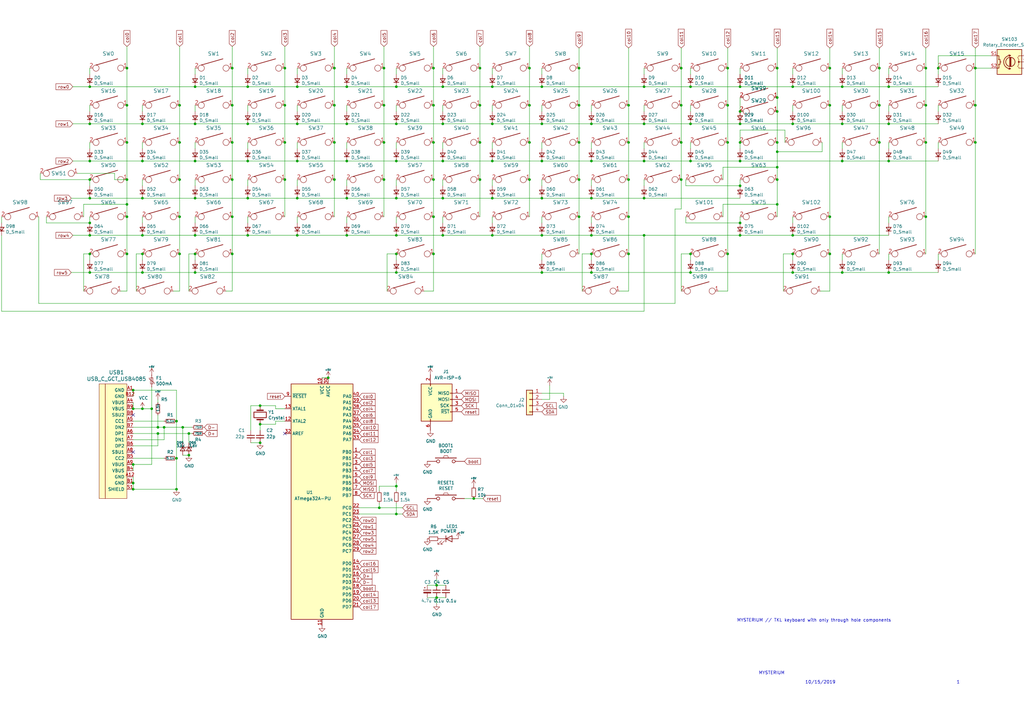
<source format=kicad_sch>
(kicad_sch (version 20211123) (generator eeschema)
  (paper "A3")
  (junction (at 237.49 58.42))
  (junction (at 80.01 66.04))
  (junction (at 217.17 27.94))
  (junction (at 303.53 50.8))
  (junction (at 345.44 111.76))
  (junction (at 217.17 73.66))
  (junction (at 162.56 111.76))
  (junction (at 222.25 111.76))
  (junction (at 54.61 198.12))
  (junction (at 257.81 73.66))
  (junction (at 201.93 96.52))
  (junction (at 318.77 40.005))
  (junction (at 58.42 96.52))
  (junction (at 72.39 172.72))
  (junction (at 242.57 66.04))
  (junction (at 116.84 58.42))
  (junction (at 36.83 91.44))
  (junction (at 222.25 66.04))
  (junction (at 340.36 27.94))
  (junction (at 201.93 81.28))
  (junction (at 181.61 66.04))
  (junction (at 283.21 104.14))
  (junction (at 142.24 50.8))
  (junction (at 80.01 81.28))
  (junction (at 36.83 50.8))
  (junction (at 181.61 50.8))
  (junction (at 379.73 58.42))
  (junction (at 237.49 27.94))
  (junction (at 52.07 88.9))
  (junction (at 95.25 73.66))
  (junction (at 157.48 73.66))
  (junction (at 77.47 177.8))
  (junction (at 36.83 81.28))
  (junction (at 279.4 73.66))
  (junction (at 257.81 58.42))
  (junction (at 340.36 104.14))
  (junction (at 137.16 43.18))
  (junction (at 95.25 43.18))
  (junction (at 52.07 58.42))
  (junction (at 58.42 50.8))
  (junction (at 73.66 88.9))
  (junction (at 379.73 27.94))
  (junction (at 345.44 50.8))
  (junction (at 196.85 27.94))
  (junction (at 142.24 81.28))
  (junction (at 54.61 200.66))
  (junction (at 121.92 81.28))
  (junction (at 101.6 35.56))
  (junction (at 318.77 58.42))
  (junction (at 155.575 208.28))
  (junction (at 279.4 43.18))
  (junction (at 283.21 66.04))
  (junction (at 73.66 58.42))
  (junction (at 318.77 62.23))
  (junction (at 162.56 66.04))
  (junction (at 264.16 50.8))
  (junction (at 80.01 96.52))
  (junction (at 303.53 35.56))
  (junction (at 137.16 27.94))
  (junction (at 72.39 187.96))
  (junction (at 364.49 35.56))
  (junction (at 400.05 27.94))
  (junction (at 95.25 27.94))
  (junction (at 325.12 50.8))
  (junction (at 318.77 73.66))
  (junction (at 106.68 173.99))
  (junction (at 36.83 66.04))
  (junction (at 64.77 177.8))
  (junction (at 298.45 27.94))
  (junction (at 303.53 96.52))
  (junction (at 106.68 166.37))
  (junction (at 157.48 43.18))
  (junction (at 116.84 27.94))
  (junction (at 181.61 96.52))
  (junction (at 162.56 104.14))
  (junction (at 157.48 27.94))
  (junction (at 379.73 43.18))
  (junction (at 217.17 43.18))
  (junction (at 237.49 73.66))
  (junction (at 222.25 96.52))
  (junction (at 80.01 50.8))
  (junction (at 162.56 35.56))
  (junction (at 201.93 66.04))
  (junction (at 64.77 175.26))
  (junction (at 177.8 27.94))
  (junction (at 177.8 88.9))
  (junction (at 318.77 68.58))
  (junction (at 303.53 58.42))
  (junction (at 201.93 35.56))
  (junction (at 340.36 43.18))
  (junction (at 179.07 240.03))
  (junction (at 95.25 88.9))
  (junction (at 36.83 35.56))
  (junction (at 257.81 88.9))
  (junction (at 80.01 111.76))
  (junction (at 177.8 104.14))
  (junction (at 101.6 81.28))
  (junction (at 217.17 58.42))
  (junction (at 257.81 43.18))
  (junction (at 101.6 66.04))
  (junction (at 400.05 43.18))
  (junction (at 303.53 45.72))
  (junction (at 106.68 181.61))
  (junction (at 58.42 104.14))
  (junction (at 58.42 111.76))
  (junction (at 177.8 58.42))
  (junction (at 257.81 104.14))
  (junction (at 242.57 81.28))
  (junction (at 58.42 66.04))
  (junction (at 52.07 104.14))
  (junction (at 54.61 190.5))
  (junction (at 80.01 35.56))
  (junction (at 364.49 50.8))
  (junction (at 222.25 50.8))
  (junction (at 77.47 186.69))
  (junction (at 101.6 50.8))
  (junction (at 360.68 27.94))
  (junction (at 177.8 73.66))
  (junction (at 137.16 58.42))
  (junction (at 54.61 167.64))
  (junction (at 283.21 111.76))
  (junction (at 52.07 43.18))
  (junction (at 279.4 58.42))
  (junction (at 73.66 43.18))
  (junction (at 181.61 35.56))
  (junction (at 325.12 111.76))
  (junction (at 80.01 104.14))
  (junction (at 36.83 111.76))
  (junction (at 52.07 27.94))
  (junction (at 121.92 35.56))
  (junction (at 121.92 96.52))
  (junction (at 283.21 50.8))
  (junction (at 162.56 199.39))
  (junction (at 318.77 45.72))
  (junction (at 364.49 66.04))
  (junction (at 222.25 35.56))
  (junction (at 325.12 96.52))
  (junction (at 242.57 50.8))
  (junction (at 264.16 66.04))
  (junction (at 400.05 58.42))
  (junction (at 142.24 96.52))
  (junction (at 196.85 58.42))
  (junction (at 36.83 73.66))
  (junction (at 222.25 81.28))
  (junction (at 116.84 43.18))
  (junction (at 142.24 35.56))
  (junction (at 194.31 204.47))
  (junction (at 303.53 91.44))
  (junction (at 264.16 81.28))
  (junction (at 264.16 35.56))
  (junction (at 162.56 96.52))
  (junction (at 36.83 104.14))
  (junction (at 36.83 96.52))
  (junction (at 360.68 43.18))
  (junction (at 242.57 111.76))
  (junction (at 318.77 83.82))
  (junction (at 162.56 210.82))
  (junction (at 137.16 73.66))
  (junction (at 298.45 43.18))
  (junction (at 177.8 43.18))
  (junction (at 142.24 66.04))
  (junction (at 318.77 27.94))
  (junction (at 58.42 81.28))
  (junction (at 62.23 167.64))
  (junction (at 54.61 160.02))
  (junction (at 325.12 104.14))
  (junction (at 264.16 96.52))
  (junction (at 74.93 175.26))
  (junction (at 181.61 81.28))
  (junction (at 73.66 73.66))
  (junction (at 201.93 50.8))
  (junction (at 162.56 50.8))
  (junction (at 303.53 76.2))
  (junction (at 196.85 43.18))
  (junction (at 237.49 43.18))
  (junction (at 52.07 73.66))
  (junction (at 279.4 27.94))
  (junction (at 121.92 50.8))
  (junction (at 162.56 81.28))
  (junction (at 157.48 58.42))
  (junction (at 384.81 27.94))
  (junction (at 72.39 200.66))
  (junction (at 101.6 96.52))
  (junction (at 52.07 83.82))
  (junction (at 95.25 104.14))
  (junction (at 379.73 88.9))
  (junction (at 121.92 66.04))
  (junction (at 116.84 73.66))
  (junction (at 242.57 96.52))
  (junction (at 345.44 35.56))
  (junction (at 283.21 35.56))
  (junction (at 340.36 88.9))
  (junction (at 95.25 58.42))
  (junction (at 179.07 245.11))
  (junction (at 360.68 58.42))
  (junction (at 58.42 167.64))
  (junction (at 298.45 58.42))
  (junction (at 364.49 111.76))
  (junction (at 242.57 104.14))
  (junction (at 196.85 73.66))
  (junction (at 325.12 35.56))
  (junction (at 298.45 104.14))
  (junction (at 134.62 154.94))
  (junction (at 67.31 175.26))
  (junction (at 345.44 66.04))
  (junction (at 237.49 88.9))
  (junction (at 73.66 104.14))
  (junction (at 303.53 66.04))
  (no_connect (at 54.61 185.42))
  (no_connect (at 54.61 170.18))
  (no_connect (at 116.84 177.8))
  (wire (pts (xy 142.24 60.96) (xy 142.24 58.42)))
  (wire (pts (xy 196.85 58.42) (xy 196.85 73.66)))
  (wire (pts (xy 142.24 66.04) (xy 162.56 66.04)))
  (wire (pts (xy 400.05 27.94) (xy 400.05 43.18)))
  (wire (pts (xy 177.8 43.18) (xy 177.8 27.94)))
  (wire (pts (xy 303.53 60.96) (xy 303.53 58.42)))
  (wire (pts (xy 157.48 43.18) (xy 157.48 58.42)))
  (wire (pts (xy 225.425 163.83) (xy 225.425 158.115)))
  (wire (pts (xy 345.44 60.96) (xy 345.44 58.42)))
  (wire (pts (xy 95.25 73.66) (xy 95.25 58.42)))
  (wire (pts (xy 36.83 66.04) (xy 29.845 66.04)))
  (wire (pts (xy 298.45 58.42) (xy 298.45 104.14)))
  (wire (pts (xy 360.68 27.94) (xy 360.68 43.18)))
  (wire (pts (xy 337.185 58.42) (xy 337.185 62.23)))
  (wire (pts (xy 296.545 83.82) (xy 318.77 83.82)))
  (wire (pts (xy 279.4 85.725) (xy 279.4 73.66)))
  (wire (pts (xy 101.6 76.2) (xy 101.6 73.66)))
  (wire (pts (xy 325.12 45.72) (xy 325.12 43.18)))
  (wire (pts (xy 54.61 195.58) (xy 54.61 198.12)))
  (wire (pts (xy 384.81 45.72) (xy 384.81 43.18)))
  (wire (pts (xy 74.93 186.69) (xy 77.47 186.69)))
  (wire (pts (xy 142.24 30.48) (xy 142.24 27.94)))
  (wire (pts (xy 155.575 208.28) (xy 165.1 208.28)))
  (wire (pts (xy 179.07 245.11) (xy 182.88 245.11)))
  (wire (pts (xy 222.25 60.96) (xy 222.25 58.42)))
  (wire (pts (xy 264.16 66.04) (xy 283.21 66.04)))
  (wire (pts (xy 181.61 45.72) (xy 181.61 43.18)))
  (wire (pts (xy 379.73 88.9) (xy 379.73 58.42)))
  (wire (pts (xy 52.07 27.94) (xy 52.07 43.18)))
  (wire (pts (xy 257.81 104.14) (xy 257.81 119.38)))
  (wire (pts (xy 52.07 43.18) (xy 52.07 58.42)))
  (wire (pts (xy 137.16 43.18) (xy 137.16 27.94)))
  (wire (pts (xy 162.56 76.2) (xy 162.56 73.66)))
  (wire (pts (xy 142.24 96.52) (xy 162.56 96.52)))
  (wire (pts (xy 283.21 106.68) (xy 283.21 104.14)))
  (wire (pts (xy 242.57 66.04) (xy 264.16 66.04)))
  (wire (pts (xy 303.53 30.48) (xy 303.53 27.94)))
  (wire (pts (xy 64.77 177.8) (xy 64.77 182.88)))
  (wire (pts (xy 116.84 27.94) (xy 116.84 43.18)))
  (wire (pts (xy 54.61 198.12) (xy 54.61 200.66)))
  (wire (pts (xy 73.66 43.18) (xy 73.66 58.42)))
  (wire (pts (xy 72.39 160.02) (xy 72.39 172.72)))
  (wire (pts (xy 121.92 66.04) (xy 142.24 66.04)))
  (wire (pts (xy 54.61 162.56) (xy 54.61 160.02)))
  (wire (pts (xy 121.92 30.48) (xy 121.92 27.94)))
  (wire (pts (xy 318.77 45.72) (xy 318.77 58.42)))
  (wire (pts (xy 238.76 104.14) (xy 238.76 119.38)))
  (wire (pts (xy 222.25 106.68) (xy 222.25 104.14)))
  (wire (pts (xy 158.75 104.14) (xy 158.75 119.38)))
  (wire (pts (xy 155.575 201.295) (xy 155.575 199.39)))
  (wire (pts (xy 222.25 76.2) (xy 222.25 73.66)))
  (wire (pts (xy 281.305 73.66) (xy 281.305 76.2)))
  (wire (pts (xy 222.25 50.8) (xy 242.57 50.8)))
  (wire (pts (xy 257.81 119.38) (xy 254 119.38)))
  (wire (pts (xy 54.61 160.02) (xy 72.39 160.02)))
  (wire (pts (xy 52.07 27.94) (xy 52.07 19.05)))
  (wire (pts (xy 52.07 88.9) (xy 52.07 104.14)))
  (wire (pts (xy 298.45 43.18) (xy 298.45 58.42)))
  (wire (pts (xy 101.6 35.56) (xy 121.92 35.56)))
  (wire (pts (xy 137.16 58.42) (xy 137.16 43.18)))
  (wire (pts (xy 242.57 76.2) (xy 242.57 73.66)))
  (wire (pts (xy 222.25 96.52) (xy 242.57 96.52)))
  (wire (pts (xy 179.07 245.11) (xy 179.07 247.65)))
  (wire (pts (xy 257.81 58.42) (xy 257.81 43.18)))
  (wire (pts (xy 364.49 50.8) (xy 384.81 50.8)))
  (wire (pts (xy 264.16 96.52) (xy 303.53 96.52)))
  (wire (pts (xy 137.16 27.94) (xy 137.16 19.05)))
  (wire (pts (xy 242.57 50.8) (xy 264.16 50.8)))
  (wire (pts (xy 80.01 35.56) (xy 101.6 35.56)))
  (wire (pts (xy 345.44 50.8) (xy 364.49 50.8)))
  (wire (pts (xy 36.83 35.56) (xy 80.01 35.56)))
  (wire (pts (xy 36.83 106.68) (xy 36.83 104.14)))
  (wire (pts (xy 101.6 30.48) (xy 101.6 27.94)))
  (wire (pts (xy 222.25 35.56) (xy 264.16 35.56)))
  (wire (pts (xy 58.42 66.04) (xy 80.01 66.04)))
  (wire (pts (xy 325.12 104.14) (xy 321.31 104.14)))
  (wire (pts (xy 296.545 88.9) (xy 296.545 83.82)))
  (wire (pts (xy 283.21 50.8) (xy 303.53 50.8)))
  (wire (pts (xy 73.66 58.42) (xy 73.66 73.66)))
  (wire (pts (xy 80.01 81.28) (xy 101.6 81.28)))
  (wire (pts (xy 242.57 45.72) (xy 242.57 43.18)))
  (wire (pts (xy 201.93 91.44) (xy 201.93 88.9)))
  (wire (pts (xy 58.42 81.28) (xy 80.01 81.28)))
  (wire (pts (xy 162.56 45.72) (xy 162.56 43.18)))
  (wire (pts (xy 121.92 60.96) (xy 121.92 58.42)))
  (wire (pts (xy 217.17 88.9) (xy 217.17 73.66)))
  (wire (pts (xy 64.77 175.26) (xy 67.31 175.26)))
  (wire (pts (xy 177.8 104.14) (xy 177.8 88.9)))
  (wire (pts (xy 62.23 167.64) (xy 62.23 190.5)))
  (wire (pts (xy 162.56 35.56) (xy 181.61 35.56)))
  (wire (pts (xy 54.61 200.66) (xy 72.39 200.66)))
  (wire (pts (xy 16.51 73.66) (xy 16.51 71.12)))
  (wire (pts (xy 201.93 30.48) (xy 201.93 27.94)))
  (wire (pts (xy 77.47 104.14) (xy 77.47 119.38)))
  (wire (pts (xy 54.61 187.96) (xy 67.31 187.96)))
  (wire (pts (xy 281.305 88.9) (xy 281.305 91.44)))
  (wire (pts (xy 298.45 119.38) (xy 294.64 119.38)))
  (wire (pts (xy 264.16 50.8) (xy 283.21 50.8)))
  (wire (pts (xy 106.68 173.99) (xy 106.68 176.53)))
  (wire (pts (xy 181.61 35.56) (xy 201.93 35.56)))
  (wire (pts (xy 325.12 106.68) (xy 325.12 104.14)))
  (wire (pts (xy 155.575 199.39) (xy 162.56 199.39)))
  (wire (pts (xy 95.25 88.9) (xy 95.25 73.66)))
  (wire (pts (xy 46.99 73.66) (xy 46.99 71.12)))
  (wire (pts (xy 95.25 27.94) (xy 95.25 19.05)))
  (wire (pts (xy 74.93 175.26) (xy 74.93 181.61)))
  (wire (pts (xy 36.83 35.56) (xy 29.845 35.56)))
  (wire (pts (xy 137.16 73.66) (xy 137.16 58.42)))
  (wire (pts (xy 281.305 76.2) (xy 303.53 76.2)))
  (wire (pts (xy 36.83 96.52) (xy 58.42 96.52)))
  (wire (pts (xy 237.49 43.18) (xy 237.49 58.42)))
  (wire (pts (xy 177.8 88.9) (xy 177.8 73.66)))
  (wire (pts (xy 242.57 60.96) (xy 242.57 58.42)))
  (wire (pts (xy 242.57 81.28) (xy 264.16 81.28)))
  (wire (pts (xy 15.875 88.9) (xy 15.875 124.46)))
  (wire (pts (xy 52.07 58.42) (xy 52.07 73.66)))
  (wire (pts (xy 201.93 76.2) (xy 201.93 73.66)))
  (wire (pts (xy 318.77 73.66) (xy 318.77 83.82)))
  (wire (pts (xy 283.21 30.48) (xy 283.21 27.94)))
  (wire (pts (xy 406.4 22.86) (xy 384.81 22.86)))
  (wire (pts (xy 283.21 60.96) (xy 283.21 58.42)))
  (wire (pts (xy 80.01 30.48) (xy 80.01 27.94)))
  (wire (pts (xy 52.07 119.38) (xy 49.53 119.38)))
  (wire (pts (xy 29.845 96.52) (xy 36.83 96.52)))
  (wire (pts (xy 217.17 58.42) (xy 217.17 43.18)))
  (wire (pts (xy 162.56 60.96) (xy 162.56 58.42)))
  (wire (pts (xy 384.81 106.68) (xy 384.81 104.14)))
  (wire (pts (xy 379.73 27.94) (xy 379.73 19.685)))
  (wire (pts (xy 177.8 119.38) (xy 173.99 119.38)))
  (wire (pts (xy 132.08 154.94) (xy 134.62 154.94)))
  (wire (pts (xy 177.8 27.94) (xy 177.8 19.05)))
  (wire (pts (xy 54.61 193.04) (xy 54.61 190.5)))
  (wire (pts (xy 242.57 91.44) (xy 242.57 88.9)))
  (wire (pts (xy 0.635 127.635) (xy 264.16 127.635)))
  (wire (pts (xy 379.73 58.42) (xy 379.73 43.18)))
  (wire (pts (xy 113.03 166.37) (xy 113.03 167.64)))
  (wire (pts (xy 325.12 88.9) (xy 325.12 91.44)))
  (wire (pts (xy 340.36 27.94) (xy 340.36 43.18)))
  (wire (pts (xy 142.24 35.56) (xy 162.56 35.56)))
  (wire (pts (xy 73.66 73.66) (xy 73.66 88.9)))
  (wire (pts (xy 181.61 96.52) (xy 201.93 96.52)))
  (wire (pts (xy 283.21 35.56) (xy 303.53 35.56)))
  (wire (pts (xy 222.25 66.04) (xy 242.57 66.04)))
  (wire (pts (xy 142.24 81.28) (xy 162.56 81.28)))
  (wire (pts (xy 64.77 165.1) (xy 64.77 163.83)))
  (wire (pts (xy 283.21 111.76) (xy 242.57 111.76)))
  (wire (pts (xy 121.92 45.72) (xy 121.92 43.18)))
  (wire (pts (xy 303.53 66.04) (xy 345.44 66.04)))
  (wire (pts (xy 36.83 73.66) (xy 16.51 73.66)))
  (wire (pts (xy 64.77 182.88) (xy 54.61 182.88)))
  (wire (pts (xy 106.68 166.37) (xy 113.03 166.37)))
  (wire (pts (xy 175.26 240.03) (xy 179.07 240.03)))
  (wire (pts (xy 0.635 91.44) (xy 0.635 88.9)))
  (wire (pts (xy 80.01 50.8) (xy 101.6 50.8)))
  (wire (pts (xy 406.4 27.94) (xy 400.05 27.94)))
  (wire (pts (xy 264.16 60.96) (xy 264.16 58.42)))
  (wire (pts (xy 364.49 106.68) (xy 364.49 104.14)))
  (wire (pts (xy 276.86 85.725) (xy 279.4 85.725)))
  (wire (pts (xy 340.36 119.38) (xy 336.55 119.38)))
  (wire (pts (xy 58.42 50.8) (xy 80.01 50.8)))
  (wire (pts (xy 162.56 198.12) (xy 162.56 199.39)))
  (wire (pts (xy 421.64 25.4) (xy 430.53 25.4)))
  (wire (pts (xy 52.07 83.82) (xy 52.07 88.9)))
  (wire (pts (xy 340.36 104.14) (xy 340.36 119.38)))
  (wire (pts (xy 80.01 96.52) (xy 101.6 96.52)))
  (wire (pts (xy 80.01 111.76) (xy 58.42 111.76)))
  (wire (pts (xy 201.93 50.8) (xy 222.25 50.8)))
  (wire (pts (xy 64.77 177.8) (xy 77.47 177.8)))
  (wire (pts (xy 46.99 71.12) (xy 31.75 71.12)))
  (wire (pts (xy 318.77 27.94) (xy 318.77 19.685)))
  (wire (pts (xy 157.48 73.66) (xy 157.48 88.9)))
  (wire (pts (xy 74.93 175.26) (xy 78.74 175.26)))
  (wire (pts (xy 34.29 83.82) (xy 52.07 83.82)))
  (wire (pts (xy 345.44 111.76) (xy 325.12 111.76)))
  (wire (pts (xy 318.77 83.82) (xy 318.77 88.9)))
  (wire (pts (xy 72.39 172.72) (xy 72.39 187.96)))
  (wire (pts (xy 264.16 127.635) (xy 264.16 96.52)))
  (wire (pts (xy 36.83 27.94) (xy 36.83 30.48)))
  (wire (pts (xy 181.61 91.44) (xy 181.61 88.9)))
  (wire (pts (xy 364.49 45.72) (xy 364.49 43.18)))
  (wire (pts (xy 106.68 166.37) (xy 102.87 166.37)))
  (wire (pts (xy 340.36 88.9) (xy 340.36 104.14)))
  (wire (pts (xy 162.56 210.82) (xy 165.1 210.82)))
  (wire (pts (xy 237.49 73.66) (xy 237.49 88.9)))
  (wire (pts (xy 19.05 88.9) (xy 19.05 91.44)))
  (wire (pts (xy 345.44 35.56) (xy 364.49 35.56)))
  (wire (pts (xy 321.945 53.34) (xy 321.945 58.42)))
  (wire (pts (xy 95.25 119.38) (xy 92.71 119.38)))
  (wire (pts (xy 181.61 76.2) (xy 181.61 73.66)))
  (wire (pts (xy 116.84 58.42) (xy 116.84 73.66)))
  (wire (pts (xy 72.39 187.96) (xy 72.39 200.66)))
  (wire (pts (xy 222.25 91.44) (xy 222.25 88.9)))
  (wire (pts (xy 147.32 208.28) (xy 155.575 208.28)))
  (wire (pts (xy 303.53 53.34) (xy 321.945 53.34)))
  (wire (pts (xy 242.57 111.76) (xy 222.25 111.76)))
  (wire (pts (xy 364.49 91.44) (xy 364.49 88.9)))
  (wire (pts (xy 264.16 81.28) (xy 303.53 81.28)))
  (wire (pts (xy 181.61 66.04) (xy 201.93 66.04)))
  (wire (pts (xy 181.61 81.28) (xy 201.93 81.28)))
  (wire (pts (xy 196.85 27.94) (xy 196.85 19.05)))
  (wire (pts (xy 113.03 173.99) (xy 113.03 172.72)))
  (wire (pts (xy 36.83 66.04) (xy 58.42 66.04)))
  (wire (pts (xy 179.07 240.03) (xy 182.88 240.03)))
  (wire (pts (xy 142.24 50.8) (xy 162.56 50.8)))
  (wire (pts (xy 177.8 73.66) (xy 177.8 58.42)))
  (wire (pts (xy 67.31 180.34) (xy 54.61 180.34)))
  (wire (pts (xy 194.31 204.47) (xy 190.5 204.47)))
  (wire (pts (xy 298.45 104.14) (xy 298.45 119.38)))
  (wire (pts (xy 231.14 162.56) (xy 231.14 161.29)))
  (wire (pts (xy 95.25 104.14) (xy 95.25 88.9)))
  (wire (pts (xy 196.85 73.66) (xy 196.85 88.9)))
  (wire (pts (xy 279.4 58.42) (xy 279.4 73.66)))
  (wire (pts (xy 298.45 19.685) (xy 298.45 27.94)))
  (wire (pts (xy 325.12 96.52) (xy 364.49 96.52)))
  (wire (pts (xy 54.61 177.8) (xy 64.77 177.8)))
  (wire (pts (xy 345.44 106.68) (xy 345.44 104.14)))
  (wire (pts (xy 101.6 66.04) (xy 121.92 66.04)))
  (wire (pts (xy 155.575 206.375) (xy 155.575 208.28)))
  (wire (pts (xy 217.17 73.66) (xy 217.17 58.42)))
  (wire (pts (xy 116.84 43.18) (xy 116.84 58.42)))
  (wire (pts (xy 222.25 30.48) (xy 222.25 27.94)))
  (wire (pts (xy 80.01 76.2) (xy 80.01 73.66)))
  (wire (pts (xy 364.49 66.04) (xy 384.81 66.04)))
  (wire (pts (xy 58.42 106.68) (xy 58.42 104.14)))
  (wire (pts (xy 237.49 58.42) (xy 237.49 73.66)))
  (wire (pts (xy 318.77 58.42) (xy 318.77 62.23)))
  (wire (pts (xy 36.83 81.28) (xy 29.21 81.28)))
  (wire (pts (xy 364.49 111.76) (xy 345.44 111.76)))
  (wire (pts (xy 0.635 96.52) (xy 0.635 127.635)))
  (wire (pts (xy 73.66 88.9) (xy 73.66 104.14)))
  (wire (pts (xy 303.53 35.56) (xy 325.12 35.56)))
  (wire (pts (xy 400.05 58.42) (xy 400.05 104.14)))
  (wire (pts (xy 264.16 45.72) (xy 264.16 43.18)))
  (wire (pts (xy 157.48 27.94) (xy 157.48 43.18)))
  (wire (pts (xy 325.12 30.48) (xy 325.12 27.94)))
  (wire (pts (xy 58.42 76.2) (xy 58.42 73.66)))
  (wire (pts (xy 121.92 91.44) (xy 121.92 88.9)))
  (wire (pts (xy 175.26 245.11) (xy 179.07 245.11)))
  (wire (pts (xy 157.48 58.42) (xy 157.48 73.66)))
  (wire (pts (xy 379.73 104.14) (xy 379.73 88.9)))
  (wire (pts (xy 379.73 43.18) (xy 379.73 27.94)))
  (wire (pts (xy 283.21 45.72) (xy 283.21 43.18)))
  (wire (pts (xy 217.17 43.18) (xy 217.17 27.94)))
  (wire (pts (xy 364.49 60.96) (xy 364.49 58.42)))
  (wire (pts (xy 181.61 50.8) (xy 201.93 50.8)))
  (wire (pts (xy 62.23 190.5) (xy 54.61 190.5)))
  (wire (pts (xy 142.24 76.2) (xy 142.24 73.66)))
  (wire (pts (xy 279.4 27.94) (xy 279.4 43.18)))
  (wire (pts (xy 201.93 96.52) (xy 222.25 96.52)))
  (wire (pts (xy 198.12 204.47) (xy 194.31 204.47)))
  (wire (pts (xy 279.4 104.14) (xy 279.4 119.38)))
  (wire (pts (xy 15.875 124.46) (xy 276.86 124.46)))
  (wire (pts (xy 121.92 96.52) (xy 142.24 96.52)))
  (wire (pts (xy 325.12 111.76) (xy 283.21 111.76)))
  (wire (pts (xy 237.49 19.685) (xy 237.49 27.94)))
  (wire (pts (xy 121.92 81.28) (xy 142.24 81.28)))
  (wire (pts (xy 121.92 50.8) (xy 142.24 50.8)))
  (wire (pts (xy 364.49 35.56) (xy 384.81 35.56)))
  (wire (pts (xy 400.05 27.94) (xy 400.05 19.685)))
  (wire (pts (xy 116.84 73.66) (xy 116.84 88.9)))
  (wire (pts (xy 257.81 73.66) (xy 257.81 58.42)))
  (wire (pts (xy 303.53 91.44) (xy 303.53 88.9)))
  (wire (pts (xy 36.83 88.9) (xy 36.83 91.44)))
  (wire (pts (xy 34.29 104.14) (xy 34.29 119.38)))
  (wire (pts (xy 242.57 106.68) (xy 242.57 104.14)))
  (wire (pts (xy 303.53 58.42) (xy 303.53 53.34)))
  (wire (pts (xy 106.68 173.99) (xy 113.03 173.99)))
  (wire (pts (xy 58.42 45.72) (xy 58.42 43.18)))
  (wire (pts (xy 162.56 199.39) (xy 162.56 201.295)))
  (wire (pts (xy 257.81 104.14) (xy 257.81 88.9)))
  (wire (pts (xy 80.01 104.14) (xy 77.47 104.14)))
  (wire (pts (xy 179.07 240.03) (xy 179.07 237.49)))
  (wire (pts (xy 360.68 43.18) (xy 360.68 58.42)))
  (wire (pts (xy 58.42 96.52) (xy 80.01 96.52)))
  (wire (pts (xy 222.25 111.76) (xy 162.56 111.76)))
  (wire (pts (xy 55.88 104.14) (xy 55.88 119.38)))
  (wire (pts (xy 101.6 91.44) (xy 101.6 88.9)))
  (wire (pts (xy 162.56 106.68) (xy 162.56 104.14)))
  (wire (pts (xy 147.32 210.82) (xy 162.56 210.82)))
  (wire (pts (xy 162.56 96.52) (xy 181.61 96.52)))
  (wire (pts (xy 101.6 81.28) (xy 121.92 81.28)))
  (wire (pts (xy 283.21 66.04) (xy 303.53 66.04)))
  (wire (pts (xy 345.44 30.48) (xy 345.44 27.94)))
  (wire (pts (xy 80.01 66.04) (xy 101.6 66.04)))
  (wire (pts (xy 325.12 35.56) (xy 345.44 35.56)))
  (wire (pts (xy 237.49 27.94) (xy 237.49 43.18)))
  (wire (pts (xy 62.23 167.64) (xy 62.23 158.75)))
  (wire (pts (xy 29.21 111.76) (xy 36.83 111.76)))
  (wire (pts (xy 283.21 104.14) (xy 279.4 104.14)))
  (wire (pts (xy 181.61 30.48) (xy 181.61 27.94)))
  (wire (pts (xy 264.16 30.48) (xy 264.16 27.94)))
  (wire (pts (xy 242.57 96.52) (xy 264.16 96.52)))
  (wire (pts (xy 58.42 104.14) (xy 55.88 104.14)))
  (wire (pts (xy 279.4 43.18) (xy 279.4 58.42)))
  (wire (pts (xy 162.56 206.375) (xy 162.56 210.82)))
  (wire (pts (xy 80.01 91.44) (xy 80.01 88.9)))
  (wire (pts (xy 67.31 175.26) (xy 67.31 180.34)))
  (wire (pts (xy 257.81 88.9) (xy 257.81 73.66)))
  (wire (pts (xy 77.47 177.8) (xy 78.74 177.8)))
  (wire (pts (xy 101.6 50.8) (xy 121.92 50.8)))
  (wire (pts (xy 36.83 81.28) (xy 58.42 81.28)))
  (wire (pts (xy 101.6 96.52) (xy 121.92 96.52)))
  (wire (pts (xy 36.83 50.8) (xy 29.845 50.8)))
  (wire (pts (xy 360.68 58.42) (xy 360.68 104.14)))
  (wire (pts (xy 360.68 27.94) (xy 360.68 19.685)))
  (wire (pts (xy 36.83 43.18) (xy 36.83 45.72)))
  (wire (pts (xy 58.42 111.76) (xy 36.83 111.76)))
  (wire (pts (xy 384.81 22.86) (xy 384.81 27.94)))
  (wire (pts (xy 162.56 66.04) (xy 181.61 66.04)))
  (wire (pts (xy 325.12 50.8) (xy 345.44 50.8)))
  (wire (pts (xy 64.77 175.26) (xy 64.77 170.18)))
  (wire (pts (xy 80.01 106.68) (xy 80.01 104.14)))
  (wire (pts (xy 162.56 104.14) (xy 158.75 104.14)))
  (wire (pts (xy 296.545 73.66) (xy 296.545 68.58)))
  (wire (pts (xy 384.81 111.76) (xy 364.49 111.76)))
  (wire (pts (xy 36.83 58.42) (xy 36.83 60.96)))
  (wire (pts (xy 201.93 66.04) (xy 222.25 66.04)))
  (wire (pts (xy 95.25 104.14) (xy 95.25 119.38)))
  (wire (pts (xy 345.44 45.72) (xy 345.44 43.18)))
  (wire (pts (xy 257.81 43.18) (xy 257.81 19.685)))
  (wire (pts (xy 52.07 73.66) (xy 46.99 73.66)))
  (wire (pts (xy 303.53 50.8) (xy 325.12 50.8)))
  (wire (pts (xy 340.36 27.94) (xy 340.36 19.685)))
  (wire (pts (xy 279.4 27.94) (xy 279.4 19.685)))
  (wire (pts (xy 80.01 60.96) (xy 80.01 58.42)))
  (wire (pts (xy 101.6 60.96) (xy 101.6 58.42)))
  (wire (pts (xy 201.93 35.56) (xy 222.25 35.56)))
  (wire (pts (xy 67.31 175.26) (xy 74.93 175.26)))
  (wire (pts (xy 318.77 27.94) (xy 318.77 40.005)))
  (wire (pts (xy 54.61 175.26) (xy 64.77 175.26)))
  (wire (pts (xy 121.92 76.2) (xy 121.92 73.66)))
  (wire (pts (xy 95.25 43.18) (xy 95.25 27.94)))
  (wire (pts (xy 364.49 30.48) (xy 364.49 27.94)))
  (wire (pts (xy 36.83 73.66) (xy 36.83 76.2)))
  (wire (pts (xy 196.85 43.18) (xy 196.85 58.42)))
  (wire (pts (xy 157.48 27.94) (xy 157.48 19.05)))
  (wire (pts (xy 321.31 104.14) (xy 321.31 119.38)))
  (wire (pts (xy 303.53 76.2) (xy 303.53 73.66)))
  (wire (pts (xy 430.53 25.4) (xy 430.53 26.67)))
  (wire (pts (xy 318.77 40.005) (xy 318.77 45.72)))
  (wire (pts (xy 137.16 88.9) (xy 137.16 73.66)))
  (wire (pts (xy 281.305 91.44) (xy 303.53 91.44)))
  (wire (pts (xy 142.24 45.72) (xy 142.24 43.18)))
  (wire (pts (xy 222.25 163.83) (xy 225.425 163.83)))
  (wire (pts (xy 400.05 43.18) (xy 400.05 58.42)))
  (wire (pts (xy 217.17 27.94) (xy 217.17 19.05)))
  (wire (pts (xy 337.185 62.23) (xy 318.77 62.23)))
  (wire (pts (xy 162.56 81.28) (xy 181.61 81.28)))
  (wire (pts (xy 201.93 60.96) (xy 201.93 58.42)))
  (wire (pts (xy 296.545 68.58) (xy 318.77 68.58)))
  (wire (pts (xy 231.14 161.29) (xy 222.25 161.29)))
  (wire (pts (xy 201.93 81.28) (xy 222.25 81.28)))
  (wire (pts (xy 36.83 104.14) (xy 34.29 104.14)))
  (wire (pts (xy 116.84 27.94) (xy 116.84 19.05)))
  (wire (pts (xy 201.93 45.72) (xy 201.93 43.18)))
  (wire (pts (xy 52.07 73.66) (xy 52.07 83.82)))
  (wire (pts (xy 177.8 58.42) (xy 177.8 43.18)))
  (wire (pts (xy 54.61 172.72) (xy 67.31 172.72)))
  (wire (pts (xy 177.8 104.14) (xy 177.8 119.38)))
  (wire (pts (xy 237.49 88.9) (xy 237.49 104.14)))
  (wire (pts (xy 58.42 167.64) (xy 62.23 167.64)))
  (wire (pts (xy 58.42 91.44) (xy 58.42 88.9)))
  (wire (pts (xy 19.05 91.44) (xy 36.83 91.44)))
  (wire (pts (xy 142.24 91.44) (xy 142.24 88.9)))
  (wire (pts (xy 222.25 45.72) (xy 222.25 43.18)))
  (wire (pts (xy 95.25 58.42) (xy 95.25 43.18)))
  (wire (pts (xy 196.85 27.94) (xy 196.85 43.18)))
  (wire (pts (xy 101.6 45.72) (xy 101.6 43.18)))
  (wire (pts (xy 113.03 167.64) (xy 116.84 167.64)))
  (wire (pts (xy 222.25 81.28) (xy 242.57 81.28)))
  (wire (pts (xy 318.77 68.58) (xy 318.77 73.66)))
  (wire (pts (xy 34.29 88.9) (xy 34.29 83.82)))
  (wire (pts (xy 73.66 19.05) (xy 73.66 43.18)))
  (wire (pts (xy 264.16 76.2) (xy 264.16 73.66)))
  (wire (pts (xy 162.56 91.44) (xy 162.56 88.9)))
  (wire (pts (xy 340.36 43.18) (xy 340.36 88.9)))
  (wire (pts (xy 276.86 124.46) (xy 276.86 85.725)))
  (wire (pts (xy 102.87 181.61) (xy 106.68 181.61)))
  (wire (pts (xy 345.44 66.04) (xy 364.49 66.04)))
  (wire (pts (xy 54.61 167.64) (xy 58.42 167.64)))
  (wire (pts (xy 36.83 50.8) (xy 58.42 50.8)))
  (wire (pts (xy 113.03 172.72) (xy 116.84 172.72)))
  (wire (pts (xy 162.56 111.76) (xy 80.01 111.76)))
  (wire (pts (xy 54.61 165.1) (xy 54.61 167.64)))
  (wire (pts (xy 303.53 96.52) (xy 325.12 96.52)))
  (wire (pts (xy 121.92 35.56) (xy 142.24 35.56)))
  (wire (pts (xy 264.16 35.56) (xy 283.21 35.56)))
  (wire (pts (xy 242.57 104.14) (xy 238.76 104.14)))
  (wire (pts (xy 298.45 27.94) (xy 298.45 43.18)))
  (wire (pts (xy 162.56 50.8) (xy 181.61 50.8)))
  (wire (pts (xy 384.81 30.48) (xy 384.81 27.94)))
  (wire (pts (xy 58.42 60.96) (xy 58.42 58.42)))
  (wire (pts (xy 303.53 40.005) (xy 303.53 45.72)))
  (wire (pts (xy 52.07 104.14) (xy 52.07 119.38)))
  (wire (pts (xy 384.81 60.96) (xy 384.81 58.42)))
  (wire (pts (xy 181.61 60.96) (xy 181.61 58.42)))
  (wire (pts (xy 102.87 166.37) (xy 102.87 176.53)))
  (wire (pts (xy 77.47 177.8) (xy 77.47 181.61)))
  (wire (pts (xy 80.01 45.72) (xy 80.01 43.18)))
  (wire (pts (xy 318.77 62.23) (xy 318.77 68.58)))
  (wire (pts (xy 162.56 30.48) (xy 162.56 27.94)))
  (wire (pts (xy 73.66 119.38) (xy 71.12 119.38)))
  (wire (pts (xy 73.66 104.14) (xy 73.66 119.38)))
  (text "MYSTERIUM // TKL keyboard with only through hole components" (at 302.26 255.27 0) (effects (font (size 1.27 1.27)) (justify left bottom)))
  (text "10/15/2019" (at 330.2 280.67 0) (effects (font (size 1.27 1.27)) (justify left bottom)))
  (text "MYSTERIUM" (at 311.15 276.86 0) (effects (font (size 1.27 1.27)) (justify left bottom)))
  (text "1" (at 393.7 280.67 180) (effects (font (size 1.27 1.27)) (justify right bottom)))
  (global_label "row1" (shape input) (at 29.845 50.8 180) (property "Intersheet References" "${INTERSHEET_REFS}" (effects hide)))
  (global_label "col8" (shape input) (at 217.17 19.05 90) (property "Intersheet References" "${INTERSHEET_REFS}" (effects hide)))
  (global_label "col2" (shape input) (at 95.25 19.05 90) (property "Intersheet References" "${INTERSHEET_REFS}" (effects hide)))
  (global_label "col10" (shape input) (at 257.81 19.685 90) (property "Intersheet References" "${INTERSHEET_REFS}" (effects hide)))
  (global_label "col6" (shape input) (at 177.8 19.05 90) (property "Intersheet References" "${INTERSHEET_REFS}" (effects hide)))
  (global_label "SDA" (shape input) (at 222.25 168.91 0) (property "Intersheet References" "${INTERSHEET_REFS}" (effects hide)))
  (global_label "boot" (shape input) (at 147.32 241.3 0) (property "Intersheet References" "${INTERSHEET_REFS}" (effects hide)))
  (global_label "col15" (shape input) (at 360.68 19.685 90) (property "Intersheet References" "${INTERSHEET_REFS}" (effects hide)))
  (global_label "MOSI" (shape input) (at 147.32 198.12 0) (property "Intersheet References" "${INTERSHEET_REFS}" (effects hide)))
  (global_label "col1" (shape input) (at 147.32 185.42 0) (property "Intersheet References" "${INTERSHEET_REFS}" (effects hide)))
  (global_label "reset" (shape input) (at 198.12 204.47 0) (property "Intersheet References" "${INTERSHEET_REFS}" (effects hide)))
  (global_label "col14" (shape input) (at 147.32 243.84 0) (property "Intersheet References" "${INTERSHEET_REFS}" (effects hide)))
  (global_label "MISO" (shape input) (at 421.64 27.94 0) (property "Intersheet References" "${INTERSHEET_REFS}" (effects hide)))
  (global_label "row0" (shape input) (at 147.32 213.36 0) (property "Intersheet References" "${INTERSHEET_REFS}" (effects hide)))
  (global_label "SCL" (shape input) (at 165.1 208.28 0) (property "Intersheet References" "${INTERSHEET_REFS}" (effects hide)))
  (global_label "reset" (shape input) (at 116.84 162.56 180) (property "Intersheet References" "${INTERSHEET_REFS}" (effects hide)))
  (global_label "col9" (shape input) (at 147.32 195.58 0) (property "Intersheet References" "${INTERSHEET_REFS}" (effects hide)))
  (global_label "col4" (shape input) (at 147.32 167.64 0) (property "Intersheet References" "${INTERSHEET_REFS}" (effects hide)))
  (global_label "row5" (shape input) (at 29.21 111.76 180) (property "Intersheet References" "${INTERSHEET_REFS}" (effects hide)))
  (global_label "col5" (shape input) (at 147.32 190.5 0) (property "Intersheet References" "${INTERSHEET_REFS}" (effects hide)))
  (global_label "row2" (shape input) (at 29.845 66.04 180) (property "Intersheet References" "${INTERSHEET_REFS}" (effects hide)))
  (global_label "col14" (shape input) (at 340.36 19.685 90) (property "Intersheet References" "${INTERSHEET_REFS}" (effects hide)))
  (global_label "col1" (shape input) (at 73.66 19.05 90) (property "Intersheet References" "${INTERSHEET_REFS}" (effects hide)))
  (global_label "col16" (shape input) (at 379.73 19.685 90) (property "Intersheet References" "${INTERSHEET_REFS}" (effects hide)))
  (global_label "MISO" (shape input) (at 189.23 161.29 0) (property "Intersheet References" "${INTERSHEET_REFS}" (effects hide)))
  (global_label "SCK" (shape input) (at 147.32 203.2 0) (property "Intersheet References" "${INTERSHEET_REFS}" (effects hide)))
  (global_label "row3" (shape input) (at 147.32 218.44 0) (property "Intersheet References" "${INTERSHEET_REFS}" (effects hide)))
  (global_label "col7" (shape input) (at 147.32 193.04 0) (property "Intersheet References" "${INTERSHEET_REFS}" (effects hide)))
  (global_label "col16" (shape input) (at 147.32 231.14 0) (property "Intersheet References" "${INTERSHEET_REFS}" (effects hide)))
  (global_label "col11" (shape input) (at 279.4 19.685 90) (property "Intersheet References" "${INTERSHEET_REFS}" (effects hide)))
  (global_label "D-" (shape input) (at 83.82 175.26 0) (property "Intersheet References" "${INTERSHEET_REFS}" (effects hide)))
  (global_label "row4" (shape input) (at 29.845 96.52 180) (property "Intersheet References" "${INTERSHEET_REFS}" (effects hide)))
  (global_label "col13" (shape input) (at 318.77 19.685 90) (property "Intersheet References" "${INTERSHEET_REFS}" (effects hide)))
  (global_label "row4" (shape input) (at 147.32 223.52 0) (property "Intersheet References" "${INTERSHEET_REFS}" (effects hide)))
  (global_label "col4" (shape input) (at 137.16 19.05 90) (property "Intersheet References" "${INTERSHEET_REFS}" (effects hide)))
  (global_label "row0" (shape input) (at 29.845 35.56 180) (property "Intersheet References" "${INTERSHEET_REFS}" (effects hide)))
  (global_label "reset" (shape input) (at 189.23 168.91 0) (property "Intersheet References" "${INTERSHEET_REFS}" (effects hide)))
  (global_label "col3" (shape input) (at 147.32 187.96 0) (property "Intersheet References" "${INTERSHEET_REFS}" (effects hide)))
  (global_label "D+" (shape input) (at 147.32 236.22 0) (property "Intersheet References" "${INTERSHEET_REFS}" (effects hide)))
  (global_label "SCL" (shape input) (at 222.25 166.37 0) (property "Intersheet References" "${INTERSHEET_REFS}" (effects hide)))
  (global_label "D+" (shape input) (at 83.82 177.8 0) (property "Intersheet References" "${INTERSHEET_REFS}" (effects hide)))
  (global_label "boot" (shape input) (at 190.5 189.23 0) (property "Intersheet References" "${INTERSHEET_REFS}" (effects hide)))
  (global_label "row2" (shape input) (at 147.32 226.06 0) (property "Intersheet References" "${INTERSHEET_REFS}" (effects hide)))
  (global_label "col0" (shape input) (at 52.07 19.05 90) (property "Intersheet References" "${INTERSHEET_REFS}" (effects hide)))
  (global_label "col9" (shape input) (at 237.49 19.685 90) (property "Intersheet References" "${INTERSHEET_REFS}" (effects hide)))
  (global_label "row3" (shape input) (at 29.21 81.28 180) (property "Intersheet References" "${INTERSHEET_REFS}" (effects hide)))
  (global_label "row1" (shape input) (at 147.32 215.9 0) (property "Intersheet References" "${INTERSHEET_REFS}" (effects hide)))
  (global_label "col15" (shape input) (at 147.32 233.68 0) (property "Intersheet References" "${INTERSHEET_REFS}" (effects hide)))
  (global_label "SDA" (shape input) (at 165.1 210.82 0) (property "Intersheet References" "${INTERSHEET_REFS}" (effects hide)))
  (global_label "col10" (shape input) (at 147.32 175.26 0) (property "Intersheet References" "${INTERSHEET_REFS}" (effects hide)))
  (global_label "row5" (shape input) (at 147.32 220.98 0) (property "Intersheet References" "${INTERSHEET_REFS}" (effects hide)))
  (global_label "col12" (shape input) (at 147.32 180.34 0) (property "Intersheet References" "${INTERSHEET_REFS}" (effects hide)))
  (global_label "SCK" (shape input) (at 189.23 166.37 0) (property "Intersheet References" "${INTERSHEET_REFS}" (effects hide)))
  (global_label "col6" (shape input) (at 147.32 170.18 0) (property "Intersheet References" "${INTERSHEET_REFS}" (effects hide)))
  (global_label "col17" (shape input) (at 400.05 19.685 90) (property "Intersheet References" "${INTERSHEET_REFS}" (effects hide)))
  (global_label "D-" (shape input) (at 147.32 238.76 0) (property "Intersheet References" "${INTERSHEET_REFS}" (effects hide)))
  (global_label "col17" (shape input) (at 147.32 248.92 0) (property "Intersheet References" "${INTERSHEET_REFS}" (effects hide)))
  (global_label "col0" (shape input) (at 147.32 162.56 0) (property "Intersheet References" "${INTERSHEET_REFS}" (effects hide)))
  (global_label "MOSI" (shape input) (at 189.23 163.83 0) (property "Intersheet References" "${INTERSHEET_REFS}" (effects hide)))
  (global_label "col8" (shape input) (at 147.32 172.72 0) (property "Intersheet References" "${INTERSHEET_REFS}" (effects hide)))
  (global_label "col12" (shape input) (at 298.45 19.685 90) (property "Intersheet References" "${INTERSHEET_REFS}" (effects hide)))
  (global_label "col13" (shape input) (at 147.32 246.38 0) (property "Intersheet References" "${INTERSHEET_REFS}" (effects hide)))
  (global_label "col5" (shape input) (at 157.48 19.05 90) (property "Intersheet References" "${INTERSHEET_REFS}" (effects hide)))
  (global_label "col2" (shape input) (at 147.32 165.1 0) (property "Intersheet References" "${INTERSHEET_REFS}" (effects hide)))
  (global_label "MOSI" (shape input) (at 421.64 22.86 0) (property "Intersheet References" "${INTERSHEET_REFS}" (effects hide)))
  (global_label "col7" (shape input) (at 196.85 19.05 90) (property "Intersheet References" "${INTERSHEET_REFS}" (effects hide)))
  (global_label "MISO" (shape input) (at 147.32 200.66 0) (property "Intersheet References" "${INTERSHEET_REFS}" (effects hide)))
  (global_label "col3" (shape input) (at 116.84 19.05 90) (property "Intersheet References" "${INTERSHEET_REFS}" (effects hide)))
  (global_label "col11" (shape input) (at 147.32 177.8 0) (property "Intersheet References" "${INTERSHEET_REFS}" (effects hide)))
  (symbol (lib_id "Device:R_Small") (at 69.85 172.72 270) (unit 1)
    (property "Reference" "R1" (at 69.85 170.18 90))
    (property "Value" "5.1k" (at 69.85 172.72 90) (effects (font (size 0.9906 0.9906))))
    (property "Footprint" "cftkb:R_Axial_DIN0204_L3.6mm_D1.6mm_P7.62mm_Horizontal" (effects hide))
  )
  (symbol (lib_id "Device:R_Small") (at 69.85 187.96 90) (unit 1)
    (property "Reference" "R2" (at 69.85 185.42 90))
    (property "Value" "5.1k" (at 69.85 187.96 90) (effects (font (size 0.9906 0.9906))))
    (property "Footprint" "cftkb:R_Axial_DIN0204_L3.6mm_D1.6mm_P7.62mm_Horizontal" (effects hide))
  )
  (symbol (lib_id "mysterium-pcb-rescue:USB_C_GCT_USB4085-Type-C") (at 52.07 179.07 0) (unit 1)
    (property "Reference" "USB1" (at 47.7774 152.7302 0) (effects (font (size 1.524 1.524))))
    (property "Value" "USB_C_GCT_USB4085" (at 47.7774 155.4226 0) (effects (font (size 1.524 1.524))))
    (property "Footprint" "cftkb:USB_C_GCT_USB4085" (effects hide))
  )
  (symbol (lib_id "Device:C_Polarized_Small") (at 175.26 242.57 0) (unit 1)
    (property "Reference" "C3" (at 173.99 238.76 0) (effects (justify left)))
    (property "Value" "4.7u" (at 172.72 246.38 0) (effects (justify left)))
    (property "Footprint" "cftkb:CP_Radial_D4.0mm_P1.50mm" (effects hide))
  )
  (symbol (lib_id "Device:C_Small") (at 179.07 242.57 0) (unit 1)
    (property "Reference" "C4" (at 177.8 238.76 0) (effects (justify left)))
    (property "Value" "0.1u" (at 177.8 246.38 0) (effects (justify left)))
    (property "Footprint" "cftkb:C_Disc_D4.3mm_W1.9mm_P5.00mm" (effects hide))
  )
  (symbol (lib_id "Device:C_Small") (at 182.88 242.57 0) (unit 1)
    (property "Reference" "C5" (at 181.61 238.76 0) (effects (justify left)))
    (property "Value" "0.1u" (at 182.88 246.38 0) (effects (justify left)))
    (property "Footprint" "cftkb:C_Disc_D4.3mm_W1.9mm_P5.00mm" (effects hide))
  )
  (symbol (lib_id "mysterium-pcb-rescue:ATmega32A-PU-MCU_Microchip_ATmega") (at 132.08 205.74 0) (unit 1)
    (property "Reference" "U1" (at 127 201.93 0))
    (property "Value" "ATmega32A-PU" (at 128.27 204.47 0))
    (property "Footprint" "cftkb:DIP-40_W15.24mm" (effects hide))
    (property "Datasheet" "http://ww1.microchip.com/downloads/en/DeviceDoc/atmel-8155-8-bit-microcontroller-avr-atmega32a_datasheet.pdf" (effects hide))
  )
  (symbol (lib_id "Device:D_Zener_Small") (at 74.93 184.15 270) (unit 1)
    (property "Reference" "D95" (at 72.39 181.61 90) (effects (font (size 0.9906 0.9906)) (justify left)))
    (property "Value" "3.6V" (at 77.47 182.88 90) (effects (font (size 0.9906 0.9906)) (justify left)))
    (property "Footprint" "cftkb:D_DO-35_SOD27_P5.08mm_Horizontal" (effects hide))
  )
  (symbol (lib_id "Device:D_Zener_Small") (at 77.47 184.15 270) (unit 1)
    (property "Reference" "D96" (at 77.47 181.61 90) (effects (font (size 0.9906 0.9906)) (justify left)))
    (property "Value" "3.6V" (at 72.39 182.88 90) (effects (font (size 0.9906 0.9906)) (justify left)))
    (property "Footprint" "cftkb:D_DO-35_SOD27_P5.08mm_Horizontal" (effects hide))
  )
  (symbol (lib_id "mysterium-pcb-rescue:SW_PUSH-keyboard_parts") (at 182.88 204.47 0) (unit 1)
    (property "Reference" "RESET1" (at 182.88 197.993 0))
    (property "Value" "RESET" (at 182.88 200.3044 0))
    (property "Footprint" "cftkb:SW_PUSH_6mm" (effects hide))
  )
  (symbol (lib_id "power:+5V") (at 179.07 237.49 0) (unit 1)
    (property "Reference" "#PWR0111" (effects hide))
    (property "Value" "+5V" (at 178.9684 234.2388 0) (effects (font (size 0.762 0.762))))
  )
  (symbol (lib_id "power:+5V") (at 134.62 154.94 0) (unit 1)
    (property "Reference" "#PWR0103" (effects hide))
    (property "Value" "+5V" (at 134.5184 151.6888 0) (effects (font (size 0.762 0.762))))
  )
  (symbol (lib_id "power:GND") (at 132.08 256.54 0) (unit 1)
    (property "Reference" "#PWR0104" (effects hide))
    (property "Value" "GND" (at 132.207 260.9342 0))
  )
  (symbol (lib_id "Device:R_Small") (at 194.31 201.93 0) (unit 1)
    (property "Reference" "R7" (at 195.8086 200.7616 0) (effects (justify left)))
    (property "Value" "10k" (at 195.8086 203.073 0) (effects (justify left)))
    (property "Footprint" "cftkb:R_Axial_DIN0204_L3.6mm_D1.6mm_P7.62mm_Horizontal" (effects hide))
  )
  (symbol (lib_id "power:+5V") (at 194.31 199.39 0) (unit 1)
    (property "Reference" "#PWR0116" (effects hide))
    (property "Value" "+5V" (at 194.2084 196.1388 0) (effects (font (size 0.762 0.762))))
  )
  (symbol (lib_id "power:GND") (at 175.26 204.47 0) (unit 1)
    (property "Reference" "#PWR0113" (effects hide))
    (property "Value" "GND" (at 175.387 208.8642 0))
  )
  (symbol (lib_id "Device:LED") (at 184.15 220.98 0) (unit 1)
    (property "Reference" "LED1" (at 185.42 215.9 0))
    (property "Value" "POWER" (at 183.9214 217.805 0))
    (property "Footprint" "cftkb:LED_D3.0mm" (effects hide))
  )
  (symbol (lib_id "power:+5V") (at 187.96 220.98 0) (unit 1)
    (property "Reference" "#PWR0114" (effects hide))
    (property "Value" "+5V" (at 189.23 218.44 0) (effects (font (size 0.762 0.762))))
  )
  (symbol (lib_id "Device:R_Small") (at 177.8 220.98 270) (unit 1)
    (property "Reference" "R6" (at 177.8 216.0016 90))
    (property "Value" "1.5K" (at 177.8 218.313 90))
    (property "Footprint" "cftkb:R_Axial_DIN0204_L3.6mm_D1.6mm_P7.62mm_Horizontal" (effects hide))
  )
  (symbol (lib_id "power:GND") (at 175.26 220.98 0) (unit 1)
    (property "Reference" "#PWR0115" (effects hide))
    (property "Value" "GND" (at 175.387 225.3742 0))
  )
  (symbol (lib_id "mysterium-pcb-rescue:SW_PUSH-keyboard_parts") (at 182.88 189.23 0) (unit 1)
    (property "Reference" "BOOT1" (at 182.88 182.753 0))
    (property "Value" "BOOT" (at 182.88 185.0644 0))
    (property "Footprint" "cftkb:SW_PUSH_6mm" (effects hide))
  )
  (symbol (lib_id "power:GND") (at 175.26 189.23 0) (unit 1)
    (property "Reference" "#PWR0117" (effects hide))
    (property "Value" "GND" (at 175.387 193.6242 0))
  )
  (symbol (lib_id "Device:R_Small") (at 81.28 175.26 270) (unit 1)
    (property "Reference" "R3" (at 81.28 172.72 90))
    (property "Value" "75R" (at 81.28 175.26 90) (effects (font (size 0.9906 0.9906))))
    (property "Footprint" "cftkb:R_Axial_DIN0204_L3.6mm_D1.6mm_P7.62mm_Horizontal" (effects hide))
  )
  (symbol (lib_id "Device:R_Small") (at 81.28 177.8 270) (unit 1)
    (property "Reference" "R4" (at 81.28 180.34 90))
    (property "Value" "75R" (at 81.28 177.8 90) (effects (font (size 0.9906 0.9906))))
    (property "Footprint" "cftkb:R_Axial_DIN0204_L3.6mm_D1.6mm_P7.62mm_Horizontal" (effects hide))
  )
  (symbol (lib_id "power:GND") (at 72.39 200.66 0) (unit 1)
    (property "Reference" "#PWR0102" (effects hide))
    (property "Value" "GND" (at 72.517 205.0542 0))
  )
  (symbol (lib_id "Device:Crystal") (at 106.68 170.18 270) (unit 1)
    (property "Reference" "Y1" (at 110.0074 169.0116 90) (effects (justify left)))
    (property "Value" "Crystal" (at 110.0074 171.323 90) (effects (justify left)))
    (property "Footprint" "cftkb:Crystal_HC49-4H_Vertical" (effects hide))
  )
  (symbol (lib_id "power:GND") (at 77.47 186.69 0) (unit 1)
    (property "Reference" "#PWR0101" (effects hide))
    (property "Value" "GND" (at 77.597 191.0842 0))
  )
  (symbol (lib_id "Device:C_Small") (at 106.68 179.07 0) (unit 1)
    (property "Reference" "C2" (at 109.22 176.53 0) (effects (justify left)))
    (property "Value" "22p" (at 109.22 179.07 0) (effects (justify left)))
    (property "Footprint" "cftkb:C_Disc_D3.0mm_W1.6mm_P2.50mm" (effects hide))
  )
  (symbol (lib_id "Device:C_Small") (at 102.87 179.07 0) (unit 1)
    (property "Reference" "C1" (at 97.79 176.53 0) (effects (justify left)))
    (property "Value" "22p" (at 96.52 179.07 0) (effects (justify left)))
    (property "Footprint" "cftkb:C_Disc_D3.0mm_W1.6mm_P2.50mm" (effects hide))
  )
  (symbol (lib_id "power:+5V") (at 176.53 153.67 0) (unit 1)
    (property "Reference" "#PWR0108" (effects hide))
    (property "Value" "+5V" (at 176.4284 150.4188 0) (effects (font (size 0.762 0.762))))
  )
  (symbol (lib_id "power:GND") (at 106.68 181.61 0) (unit 1)
    (property "Reference" "#PWR0107" (effects hide))
    (property "Value" "GND" (at 106.807 186.0042 0))
  )
  (symbol (lib_id "Device:R_Small") (at 64.77 167.64 0) (unit 1)
    (property "Reference" "R5" (at 66.04 163.83 0) (effects (justify left)))
    (property "Value" "1.5k" (at 64.77 168.91 90) (effects (font (size 0.9906 0.9906)) (justify left)))
    (property "Footprint" "cftkb:R_Axial_DIN0204_L3.6mm_D1.6mm_P7.62mm_Horizontal" (effects hide))
  )
  (symbol (lib_id "power:+5V") (at 64.77 163.83 0) (unit 1)
    (property "Reference" "#PWR0109" (effects hide))
    (property "Value" "+5V" (at 64.6684 160.5788 0) (effects (font (size 0.762 0.762))))
  )
  (symbol (lib_id "power:VCC") (at 58.42 167.64 0) (unit 1)
    (property "Reference" "#PWR0105" (effects hide))
    (property "Value" "VCC" (at 58.8518 163.2458 0))
  )
  (symbol (lib_id "Device:Polyfuse_Small") (at 62.23 156.21 0) (unit 1)
    (property "Reference" "F1" (at 63.9572 155.0416 0) (effects (justify left)))
    (property "Value" "500mA" (at 63.9572 157.353 0) (effects (justify left)))
    (property "Footprint" "cftkb:polyfuse_5.1mm" (effects hide))
  )
  (symbol (lib_id "power:+5V") (at 62.23 153.67 0) (unit 1)
    (property "Reference" "#PWR0110" (effects hide))
    (property "Value" "+5V" (at 62.1284 150.4188 0) (effects (font (size 0.762 0.762))))
  )
  (symbol (lib_id "mysterium-pcb-rescue:AVR-ISP-6-Connector") (at 179.07 166.37 0) (unit 1)
    (property "Reference" "J1" (at 184.15 152.4 0) (effects (justify right)))
    (property "Value" "AVR-ISP-6" (at 189.23 154.94 0) (effects (justify right)))
    (property "Footprint" "cftkb:AVR_ICSP_3x2" (effects hide))
    (property "Datasheet" " ~" (effects hide))
  )
  (symbol (lib_id "power:GND") (at 176.53 176.53 0) (unit 1)
    (property "Reference" "#PWR0106" (effects hide))
    (property "Value" "GND" (at 176.657 180.9242 0))
  )
  (symbol (lib_id "mysterium-pcb-rescue:KEYSW-keyboard_parts") (at 66.04 88.9 0) (unit 1)
    (property "Reference" "SW65" (at 66.04 82.9818 0) (effects (font (size 1.524 1.524))))
    (property "Value" "KEYSW" (effects hide))
    (property "Footprint" "cftkb:SW_Cherry_MX1A_1.00u_PCB-NOSCREEN" (effects hide))
  )
  (symbol (lib_id "mysterium-pcb-rescue:KEYSW-keyboard_parts") (at 66.04 73.66 0) (unit 1)
    (property "Reference" "SW52" (at 66.04 67.7418 0) (effects (font (size 1.524 1.524))))
    (property "Value" "KEYSW" (effects hide))
    (property "Footprint" "cftkb:SW_Cherry_MX1A_1.00u_PCB-NOSCREEN" (effects hide))
  )
  (symbol (lib_id "mysterium-pcb-rescue:KEYSW-keyboard_parts") (at 66.04 104.14 0) (unit 1)
    (property "Reference" "SW79" (at 66.04 98.2218 0) (effects (font (size 1.524 1.524))))
    (property "Value" "KEYSW" (effects hide))
    (property "Footprint" "cftkb:SW_Cherry_MX1A_1.25u_PCBNOSCREEN" (effects hide))
  )
  (symbol (lib_id "mysterium-pcb-rescue:KEYSW-keyboard_parts") (at 66.04 43.18 0) (unit 1)
    (property "Reference" "SW17" (at 66.04 37.2618 0) (effects (font (size 1.524 1.524))))
    (property "Value" "KEYSW" (effects hide))
    (property "Footprint" "cftkb:SW_Cherry_MX1A_1.00u_PCB-NOSCREEN" (effects hide))
  )
  (symbol (lib_id "mysterium-pcb-rescue:KEYSW-keyboard_parts") (at 66.04 58.42 0) (unit 1)
    (property "Reference" "SW34" (at 66.04 52.5018 0) (effects (font (size 1.524 1.524))))
    (property "Value" "KEYSW" (effects hide))
    (property "Footprint" "cftkb:SW_Cherry_MX1A_1.00u_PCB-NOSCREEN" (effects hide))
  )
  (symbol (lib_id "Device:D_Small") (at 58.42 63.5 90) (unit 1)
    (property "Reference" "D34" (at 60.1472 62.3316 90) (effects (justify right)))
    (property "Value" "D_Small" (at 60.1472 64.643 90) (effects (justify right)))
    (property "Footprint" "cftkb:D_DO-35_SOD27_P5.08mm_Horizontal" (effects hide))
  )
  (symbol (lib_id "Device:D_Small") (at 58.42 109.22 90) (unit 1)
    (property "Reference" "D79" (at 60.1472 108.0516 90) (effects (justify right)))
    (property "Value" "D_Small" (at 60.1472 110.363 90) (effects (justify right)))
    (property "Footprint" "cftkb:D_DO-35_SOD27_P5.08mm_Horizontal" (effects hide))
  )
  (symbol (lib_id "Device:D_Small") (at 58.42 78.74 90) (unit 1)
    (property "Reference" "D52" (at 60.1472 77.5716 90) (effects (justify right)))
    (property "Value" "D_Small" (at 60.1472 79.883 90) (effects (justify right)))
    (property "Footprint" "cftkb:D_DO-35_SOD27_P5.08mm_Horizontal" (effects hide))
  )
  (symbol (lib_id "Device:D_Small") (at 58.42 48.26 90) (unit 1)
    (property "Reference" "D17" (at 60.1472 47.0916 90) (effects (justify right)))
    (property "Value" "D_Small" (at 60.1472 49.403 90) (effects (justify right)))
    (property "Footprint" "cftkb:D_DO-35_SOD27_P5.08mm_Horizontal" (effects hide))
  )
  (symbol (lib_id "Device:D_Small") (at 58.42 93.98 90) (unit 1)
    (property "Reference" "D65" (at 60.1472 92.8116 90) (effects (justify right)))
    (property "Value" "D_Small" (at 60.1472 95.123 90) (effects (justify right)))
    (property "Footprint" "cftkb:D_DO-35_SOD27_P5.08mm_Horizontal" (effects hide))
  )
  (symbol (lib_id "mysterium-pcb-rescue:KEYSW-keyboard_parts") (at 87.63 88.9 0) (unit 1)
    (property "Reference" "SW66" (at 87.63 82.9818 0) (effects (font (size 1.524 1.524))))
    (property "Value" "KEYSW" (effects hide))
    (property "Footprint" "cftkb:SW_Cherry_MX1A_1.00u_PCB-NOSCREEN" (effects hide))
  )
  (symbol (lib_id "mysterium-pcb-rescue:KEYSW-keyboard_parts") (at 87.63 73.66 0) (unit 1)
    (property "Reference" "SW53" (at 87.63 67.7418 0) (effects (font (size 1.524 1.524))))
    (property "Value" "KEYSW" (effects hide))
    (property "Footprint" "cftkb:SW_Cherry_MX1A_1.00u_PCB-NOSCREEN" (effects hide))
  )
  (symbol (lib_id "mysterium-pcb-rescue:KEYSW-keyboard_parts") (at 87.63 104.14 0) (unit 1)
    (property "Reference" "SW81" (at 87.63 98.2218 0) (effects (font (size 1.524 1.524))))
    (property "Value" "KEYSW" (effects hide))
    (property "Footprint" "cftkb:SW_Cherry_MX1A_1.50u_PCBNOSCREEN" (effects hide))
  )
  (symbol (lib_id "mysterium-pcb-rescue:KEYSW-keyboard_parts") (at 87.63 43.18 0) (unit 1)
    (property "Reference" "SW18" (at 87.63 37.2618 0) (effects (font (size 1.524 1.524))))
    (property "Value" "KEYSW" (effects hide))
    (property "Footprint" "cftkb:SW_Cherry_MX1A_1.00u_PCB-NOSCREEN" (effects hide))
  )
  (symbol (lib_id "mysterium-pcb-rescue:KEYSW-keyboard_parts") (at 87.63 58.42 0) (unit 1)
    (property "Reference" "SW35" (at 87.63 52.5018 0) (effects (font (size 1.524 1.524))))
    (property "Value" "KEYSW" (effects hide))
    (property "Footprint" "cftkb:SW_Cherry_MX1A_1.00u_PCB-NOSCREEN" (effects hide))
  )
  (symbol (lib_id "Device:D_Small") (at 80.01 63.5 90) (unit 1)
    (property "Reference" "D35" (at 81.7372 62.3316 90) (effects (justify right)))
    (property "Value" "D_Small" (at 81.7372 64.643 90) (effects (justify right)))
    (property "Footprint" "cftkb:D_DO-35_SOD27_P5.08mm_Horizontal" (effects hide))
  )
  (symbol (lib_id "Device:D_Small") (at 80.01 33.02 90) (unit 1)
    (property "Reference" "D1" (at 81.7372 31.8516 90) (effects (justify right)))
    (property "Value" "D_Small" (at 81.7372 34.163 90) (effects (justify right)))
    (property "Footprint" "cftkb:D_DO-35_SOD27_P5.08mm_Horizontal" (effects hide))
  )
  (symbol (lib_id "Device:D_Small") (at 80.01 109.22 90) (unit 1)
    (property "Reference" "D81" (at 81.7372 108.0516 90) (effects (justify right)))
    (property "Value" "D_Small" (at 81.7372 110.363 90) (effects (justify right)))
    (property "Footprint" "cftkb:D_DO-35_SOD27_P5.08mm_Horizontal" (effects hide))
  )
  (symbol (lib_id "mysterium-pcb-rescue:KEYSW-keyboard_parts") (at 87.63 27.94 0) (unit 1)
    (property "Reference" "SW1" (at 87.63 22.0218 0) (effects (font (size 1.524 1.524))))
    (property "Value" "KEYSW" (effects hide))
    (property "Footprint" "cftkb:SW_Cherry_MX1A_1.00u_PCB-NOSCREEN" (effects hide))
  )
  (symbol (lib_id "Device:D_Small") (at 80.01 78.74 90) (unit 1)
    (property "Reference" "D53" (at 81.7372 77.5716 90) (effects (justify right)))
    (property "Value" "D_Small" (at 81.7372 79.883 90) (effects (justify right)))
    (property "Footprint" "cftkb:D_DO-35_SOD27_P5.08mm_Horizontal" (effects hide))
  )
  (symbol (lib_id "Device:D_Small") (at 80.01 48.26 90) (unit 1)
    (property "Reference" "D18" (at 81.7372 47.0916 90) (effects (justify right)))
    (property "Value" "D_Small" (at 81.7372 49.403 90) (effects (justify right)))
    (property "Footprint" "cftkb:D_DO-35_SOD27_P5.08mm_Horizontal" (effects hide))
  )
  (symbol (lib_id "Device:D_Small") (at 80.01 93.98 90) (unit 1)
    (property "Reference" "D66" (at 81.7372 92.8116 90) (effects (justify right)))
    (property "Value" "D_Small" (at 81.7372 95.123 90) (effects (justify right)))
    (property "Footprint" "cftkb:D_DO-35_SOD27_P5.08mm_Horizontal" (effects hide))
  )
  (symbol (lib_id "mysterium-pcb-rescue:KEYSW-keyboard_parts") (at 109.22 73.66 0) (unit 1)
    (property "Reference" "SW54" (at 109.22 67.7418 0) (effects (font (size 1.524 1.524))))
    (property "Value" "KEYSW" (effects hide))
    (property "Footprint" "cftkb:SW_Cherry_MX1A_1.00u_PCB-NOSCREEN" (effects hide))
  )
  (symbol (lib_id "mysterium-pcb-rescue:KEYSW-keyboard_parts") (at 109.22 58.42 0) (unit 1)
    (property "Reference" "SW36" (at 109.22 52.5018 0) (effects (font (size 1.524 1.524))))
    (property "Value" "KEYSW" (effects hide))
    (property "Footprint" "cftkb:SW_Cherry_MX1A_1.00u_PCB-NOSCREEN" (effects hide))
  )
  (symbol (lib_id "mysterium-pcb-rescue:KEYSW-keyboard_parts") (at 109.22 27.94 0) (unit 1)
    (property "Reference" "SW2" (at 109.22 22.0218 0) (effects (font (size 1.524 1.524))))
    (property "Value" "KEYSW" (effects hide))
    (property "Footprint" "cftkb:SW_Cherry_MX1A_1.00u_PCB-NOSCREEN" (effects hide))
  )
  (symbol (lib_id "mysterium-pcb-rescue:KEYSW-keyboard_parts") (at 109.22 43.18 0) (unit 1)
    (property "Reference" "SW19" (at 109.22 37.2618 0) (effects (font (size 1.524 1.524))))
    (property "Value" "KEYSW" (effects hide))
    (property "Footprint" "cftkb:SW_Cherry_MX1A_1.00u_PCB-NOSCREEN" (effects hide))
  )
  (symbol (lib_id "Device:D_Small") (at 101.6 48.26 90) (unit 1)
    (property "Reference" "D19" (at 103.3272 47.0916 90) (effects (justify right)))
    (property "Value" "D_Small" (at 103.3272 49.403 90) (effects (justify right)))
    (property "Footprint" "cftkb:D_DO-35_SOD27_P5.08mm_Horizontal" (effects hide))
  )
  (symbol (lib_id "Device:D_Small") (at 101.6 93.98 90) (unit 1)
    (property "Reference" "D67" (at 103.3272 92.8116 90) (effects (justify right)))
    (property "Value" "D_Small" (at 103.3272 95.123 90) (effects (justify right)))
    (property "Footprint" "cftkb:D_DO-35_SOD27_P5.08mm_Horizontal" (effects hide))
  )
  (symbol (lib_id "Device:D_Small") (at 101.6 63.5 90) (unit 1)
    (property "Reference" "D36" (at 103.3272 62.3316 90) (effects (justify right)))
    (property "Value" "D_Small" (at 103.3272 64.643 90) (effects (justify right)))
    (property "Footprint" "cftkb:D_DO-35_SOD27_P5.08mm_Horizontal" (effects hide))
  )
  (symbol (lib_id "mysterium-pcb-rescue:KEYSW-keyboard_parts") (at 109.22 88.9 0) (unit 1)
    (property "Reference" "SW67" (at 109.22 82.9818 0) (effects (font (size 1.524 1.524))))
    (property "Value" "KEYSW" (effects hide))
    (property "Footprint" "cftkb:SW_Cherry_MX1A_1.00u_PCB-NOSCREEN" (effects hide))
  )
  (symbol (lib_id "Device:D_Small") (at 101.6 33.02 90) (unit 1)
    (property "Reference" "D2" (at 103.3272 31.8516 90) (effects (justify right)))
    (property "Value" "D_Small" (at 103.3272 34.163 90) (effects (justify right)))
    (property "Footprint" "cftkb:D_DO-35_SOD27_P5.08mm_Horizontal" (effects hide))
  )
  (symbol (lib_id "Device:D_Small") (at 101.6 78.74 90) (unit 1)
    (property "Reference" "D54" (at 103.3272 77.5716 90) (effects (justify right)))
    (property "Value" "D_Small" (at 103.3272 79.883 90) (effects (justify right)))
    (property "Footprint" "cftkb:D_DO-35_SOD27_P5.08mm_Horizontal" (effects hide))
  )
  (symbol (lib_id "mysterium-pcb-rescue:KEYSW-keyboard_parts") (at 129.54 73.66 0) (unit 1)
    (property "Reference" "SW55" (at 129.54 67.7418 0) (effects (font (size 1.524 1.524))))
    (property "Value" "KEYSW" (effects hide))
    (property "Footprint" "cftkb:SW_Cherry_MX1A_1.00u_PCB-NOSCREEN" (effects hide))
  )
  (symbol (lib_id "mysterium-pcb-rescue:KEYSW-keyboard_parts") (at 129.54 58.42 0) (unit 1)
    (property "Reference" "SW37" (at 129.54 52.5018 0) (effects (font (size 1.524 1.524))))
    (property "Value" "KEYSW" (effects hide))
    (property "Footprint" "cftkb:SW_Cherry_MX1A_1.00u_PCB-NOSCREEN" (effects hide))
  )
  (symbol (lib_id "mysterium-pcb-rescue:KEYSW-keyboard_parts") (at 129.54 27.94 0) (unit 1)
    (property "Reference" "SW3" (at 129.54 22.0218 0) (effects (font (size 1.524 1.524))))
    (property "Value" "KEYSW" (effects hide))
    (property "Footprint" "cftkb:SW_Cherry_MX1A_1.00u_PCB-NOSCREEN" (effects hide))
  )
  (symbol (lib_id "mysterium-pcb-rescue:KEYSW-keyboard_parts") (at 129.54 43.18 0) (unit 1)
    (property "Reference" "SW20" (at 129.54 37.2618 0) (effects (font (size 1.524 1.524))))
    (property "Value" "KEYSW" (effects hide))
    (property "Footprint" "cftkb:SW_Cherry_MX1A_1.00u_PCB-NOSCREEN" (effects hide))
  )
  (symbol (lib_id "Device:D_Small") (at 121.92 48.26 90) (unit 1)
    (property "Reference" "D20" (at 123.6472 47.0916 90) (effects (justify right)))
    (property "Value" "D_Small" (at 123.6472 49.403 90) (effects (justify right)))
    (property "Footprint" "cftkb:D_DO-35_SOD27_P5.08mm_Horizontal" (effects hide))
  )
  (symbol (lib_id "Device:D_Small") (at 121.92 93.98 90) (unit 1)
    (property "Reference" "D68" (at 123.6472 92.8116 90) (effects (justify right)))
    (property "Value" "D_Small" (at 123.6472 95.123 90) (effects (justify right)))
    (property "Footprint" "cftkb:D_DO-35_SOD27_P5.08mm_Horizontal" (effects hide))
  )
  (symbol (lib_id "Device:D_Small") (at 121.92 63.5 90) (unit 1)
    (property "Reference" "D37" (at 123.6472 62.3316 90) (effects (justify right)))
    (property "Value" "D_Small" (at 123.6472 64.643 90) (effects (justify right)))
    (property "Footprint" "cftkb:D_DO-35_SOD27_P5.08mm_Horizontal" (effects hide))
  )
  (symbol (lib_id "mysterium-pcb-rescue:KEYSW-keyboard_parts") (at 129.54 88.9 0) (unit 1)
    (property "Reference" "SW68" (at 129.54 82.9818 0) (effects (font (size 1.524 1.524))))
    (property "Value" "KEYSW" (effects hide))
    (property "Footprint" "cftkb:SW_Cherry_MX1A_1.00u_PCB-NOSCREEN" (effects hide))
  )
  (symbol (lib_id "Device:D_Small") (at 121.92 33.02 90) (unit 1)
    (property "Reference" "D3" (at 123.6472 31.8516 90) (effects (justify right)))
    (property "Value" "D_Small" (at 123.6472 34.163 90) (effects (justify right)))
    (property "Footprint" "cftkb:D_DO-35_SOD27_P5.08mm_Horizontal" (effects hide))
  )
  (symbol (lib_id "Device:D_Small") (at 121.92 78.74 90) (unit 1)
    (property "Reference" "D55" (at 123.6472 77.5716 90) (effects (justify right)))
    (property "Value" "D_Small" (at 123.6472 79.883 90) (effects (justify right)))
    (property "Footprint" "cftkb:D_DO-35_SOD27_P5.08mm_Horizontal" (effects hide))
  )
  (symbol (lib_id "mysterium-pcb-rescue:KEYSW-keyboard_parts") (at 149.86 73.66 0) (unit 1)
    (property "Reference" "SW56" (at 149.86 67.7418 0) (effects (font (size 1.524 1.524))))
    (property "Value" "KEYSW" (effects hide))
    (property "Footprint" "cftkb:SW_Cherry_MX1A_1.00u_PCB-NOSCREEN" (effects hide))
  )
  (symbol (lib_id "mysterium-pcb-rescue:KEYSW-keyboard_parts") (at 149.86 58.42 0) (unit 1)
    (property "Reference" "SW38" (at 149.86 52.5018 0) (effects (font (size 1.524 1.524))))
    (property "Value" "KEYSW" (effects hide))
    (property "Footprint" "cftkb:SW_Cherry_MX1A_1.00u_PCB-NOSCREEN" (effects hide))
  )
  (symbol (lib_id "mysterium-pcb-rescue:KEYSW-keyboard_parts") (at 149.86 27.94 0) (unit 1)
    (property "Reference" "SW4" (at 149.86 22.0218 0) (effects (font (size 1.524 1.524))))
    (property "Value" "KEYSW" (effects hide))
    (property "Footprint" "cftkb:SW_Cherry_MX1A_1.00u_PCB-NOSCREEN" (effects hide))
  )
  (symbol (lib_id "mysterium-pcb-rescue:KEYSW-keyboard_parts") (at 149.86 43.18 0) (unit 1)
    (property "Reference" "SW21" (at 149.86 37.2618 0) (effects (font (size 1.524 1.524))))
    (property "Value" "KEYSW" (effects hide))
    (property "Footprint" "cftkb:SW_Cherry_MX1A_1.00u_PCB-NOSCREEN" (effects hide))
  )
  (symbol (lib_id "Device:D_Small") (at 142.24 48.26 90) (unit 1)
    (property "Reference" "D21" (at 143.9672 47.0916 90) (effects (justify right)))
    (property "Value" "D_Small" (at 143.9672 49.403 90) (effects (justify right)))
    (property "Footprint" "cftkb:D_DO-35_SOD27_P5.08mm_Horizontal" (effects hide))
  )
  (symbol (lib_id "Device:D_Small") (at 142.24 93.98 90) (unit 1)
    (property "Reference" "D69" (at 143.9672 92.8116 90) (effects (justify right)))
    (property "Value" "D_Small" (at 143.9672 95.123 90) (effects (justify right)))
    (property "Footprint" "cftkb:D_DO-35_SOD27_P5.08mm_Horizontal" (effects hide))
  )
  (symbol (lib_id "Device:D_Small") (at 142.24 63.5 90) (unit 1)
    (property "Reference" "D38" (at 143.9672 62.3316 90) (effects (justify right)))
    (property "Value" "D_Small" (at 143.9672 64.643 90) (effects (justify right)))
    (property "Footprint" "cftkb:D_DO-35_SOD27_P5.08mm_Horizontal" (effects hide))
  )
  (symbol (lib_id "mysterium-pcb-rescue:KEYSW-keyboard_parts") (at 149.86 88.9 0) (unit 1)
    (property "Reference" "SW69" (at 149.86 82.9818 0) (effects (font (size 1.524 1.524))))
    (property "Value" "KEYSW" (effects hide))
    (property "Footprint" "cftkb:SW_Cherry_MX1A_1.00u_PCB-NOSCREEN" (effects hide))
  )
  (symbol (lib_id "Device:D_Small") (at 142.24 33.02 90) (unit 1)
    (property "Reference" "D4" (at 143.9672 31.8516 90) (effects (justify right)))
    (property "Value" "D_Small" (at 143.9672 34.163 90) (effects (justify right)))
    (property "Footprint" "cftkb:D_DO-35_SOD27_P5.08mm_Horizontal" (effects hide))
  )
  (symbol (lib_id "Device:D_Small") (at 142.24 78.74 90) (unit 1)
    (property "Reference" "D56" (at 143.9672 77.5716 90) (effects (justify right)))
    (property "Value" "D_Small" (at 143.9672 79.883 90) (effects (justify right)))
    (property "Footprint" "cftkb:D_DO-35_SOD27_P5.08mm_Horizontal" (effects hide))
  )
  (symbol (lib_id "mysterium-pcb-rescue:KEYSW-keyboard_parts") (at 170.18 43.18 0) (unit 1)
    (property "Reference" "SW22" (at 170.18 37.2618 0) (effects (font (size 1.524 1.524))))
    (property "Value" "KEYSW" (effects hide))
    (property "Footprint" "cftkb:SW_Cherry_MX1A_1.00u_PCB-NOSCREEN" (effects hide))
  )
  (symbol (lib_id "mysterium-pcb-rescue:KEYSW-keyboard_parts") (at 170.18 88.9 0) (unit 1)
    (property "Reference" "SW70" (at 170.18 82.9818 0) (effects (font (size 1.524 1.524))))
    (property "Value" "KEYSW" (effects hide))
    (property "Footprint" "cftkb:SW_Cherry_MX1A_1.00u_PCB-NOSCREEN" (effects hide))
  )
  (symbol (lib_id "Device:D_Small") (at 162.56 33.02 90) (unit 1)
    (property "Reference" "D5" (at 164.2872 31.8516 90) (effects (justify right)))
    (property "Value" "D_Small" (at 164.2872 34.163 90) (effects (justify right)))
    (property "Footprint" "cftkb:D_DO-35_SOD27_P5.08mm_Horizontal" (effects hide))
  )
  (symbol (lib_id "mysterium-pcb-rescue:KEYSW-keyboard_parts") (at 170.18 58.42 0) (unit 1)
    (property "Reference" "SW39" (at 170.18 52.5018 0) (effects (font (size 1.524 1.524))))
    (property "Value" "KEYSW" (effects hide))
    (property "Footprint" "cftkb:SW_Cherry_MX1A_1.00u_PCB-NOSCREEN" (effects hide))
  )
  (symbol (lib_id "Device:D_Small") (at 162.56 93.98 90) (unit 1)
    (property "Reference" "D70" (at 164.2872 92.8116 90) (effects (justify right)))
    (property "Value" "D_Small" (at 164.2872 95.123 90) (effects (justify right)))
    (property "Footprint" "cftkb:D_DO-35_SOD27_P5.08mm_Horizontal" (effects hide))
  )
  (symbol (lib_id "mysterium-pcb-rescue:KEYSW-keyboard_parts") (at 170.18 27.94 0) (unit 1)
    (property "Reference" "SW5" (at 170.18 22.0218 0) (effects (font (size 1.524 1.524))))
    (property "Value" "KEYSW" (effects hide))
    (property "Footprint" "cftkb:SW_Cherry_MX1A_1.00u_PCB-NOSCREEN" (effects hide))
  )
  (symbol (lib_id "Device:D_Small") (at 162.56 109.22 90) (unit 1)
    (property "Reference" "D83" (at 164.2872 108.0516 90) (effects (justify right)))
    (property "Value" "D_Small" (at 164.2872 110.363 90) (effects (justify right)))
    (property "Footprint" "cftkb:D_DO-35_SOD27_P5.08mm_Horizontal" (effects hide))
  )
  (symbol (lib_id "Device:D_Small") (at 162.56 63.5 90) (unit 1)
    (property "Reference" "D39" (at 164.2872 62.3316 90) (effects (justify right)))
    (property "Value" "D_Small" (at 164.2872 64.643 90) (effects (justify right)))
    (property "Footprint" "cftkb:D_DO-35_SOD27_P5.08mm_Horizontal" (effects hide))
  )
  (symbol (lib_id "Device:D_Small") (at 162.56 48.26 90) (unit 1)
    (property "Reference" "D22" (at 164.2872 47.0916 90) (effects (justify right)))
    (property "Value" "D_Small" (at 164.2872 49.403 90) (effects (justify right)))
    (property "Footprint" "cftkb:D_DO-35_SOD27_P5.08mm_Horizontal" (effects hide))
  )
  (symbol (lib_id "mysterium-pcb-rescue:KEYSW-keyboard_parts") (at 170.18 104.14 0) (unit 1)
    (property "Reference" "SW83" (at 170.18 98.2218 0) (effects (font (size 1.524 1.524))))
    (property "Value" "KEYSW" (effects hide))
    (property "Footprint" "cftkb:SW_Cherry_MX1A_1.00u_PCB-NOSCREEN" (effects hide))
  )
  (symbol (lib_id "Device:D_Small") (at 162.56 78.74 90) (unit 1)
    (property "Reference" "D57" (at 164.2872 77.5716 90) (effects (justify right)))
    (property "Value" "D_Small" (at 164.2872 79.883 90) (effects (justify right)))
    (property "Footprint" "cftkb:D_DO-35_SOD27_P5.08mm_Horizontal" (effects hide))
  )
  (symbol (lib_id "mysterium-pcb-rescue:KEYSW-keyboard_parts") (at 170.18 73.66 0) (unit 1)
    (property "Reference" "SW57" (at 170.18 67.7418 0) (effects (font (size 1.524 1.524))))
    (property "Value" "KEYSW" (effects hide))
    (property "Footprint" "cftkb:SW_Cherry_MX1A_1.00u_PCB-NOSCREEN" (effects hide))
  )
  (symbol (lib_id "mysterium-pcb-rescue:KEYSW-keyboard_parts") (at 189.23 58.42 0) (unit 1)
    (property "Reference" "SW40" (at 189.23 52.5018 0) (effects (font (size 1.524 1.524))))
    (property "Value" "KEYSW" (effects hide))
    (property "Footprint" "cftkb:SW_Cherry_MX1A_1.00u_PCB-NOSCREEN" (effects hide))
  )
  (symbol (lib_id "mysterium-pcb-rescue:KEYSW-keyboard_parts") (at 189.23 73.66 0) (unit 1)
    (property "Reference" "SW58" (at 189.23 67.7418 0) (effects (font (size 1.524 1.524))))
    (property "Value" "KEYSW" (effects hide))
    (property "Footprint" "cftkb:SW_Cherry_MX1A_1.00u_PCB-NOSCREEN" (effects hide))
  )
  (symbol (lib_id "Device:D_Small") (at 222.25 109.22 90) (unit 1)
    (property "Reference" "D85" (at 223.9772 108.0516 90) (effects (justify right)))
    (property "Value" "D_Small" (at 223.9772 110.363 90) (effects (justify right)))
    (property "Footprint" "cftkb:D_DO-35_SOD27_P5.08mm_Horizontal" (effects hide))
  )
  (symbol (lib_id "mysterium-pcb-rescue:KEYSW-keyboard_parts") (at 209.55 27.94 0) (unit 1)
    (property "Reference" "SW7" (at 209.55 22.0218 0) (effects (font (size 1.524 1.524))))
    (property "Value" "KEYSW" (effects hide))
    (property "Footprint" "cftkb:SW_Cherry_MX1A_1.00u_PCB-NOSCREEN" (effects hide))
  )
  (symbol (lib_id "mysterium-pcb-rescue:KEYSW-keyboard_parts") (at 209.55 43.18 0) (unit 1)
    (property "Reference" "SW24" (at 209.55 37.2618 0) (effects (font (size 1.524 1.524))))
    (property "Value" "KEYSW" (effects hide))
    (property "Footprint" "cftkb:SW_Cherry_MX1A_1.00u_PCB-NOSCREEN" (effects hide))
  )
  (symbol (lib_id "mysterium-pcb-rescue:KEYSW-keyboard_parts") (at 229.87 58.42 0) (unit 1)
    (property "Reference" "SW42" (at 229.87 52.5018 0) (effects (font (size 1.524 1.524))))
    (property "Value" "KEYSW" (effects hide))
    (property "Footprint" "cftkb:SW_Cherry_MX1A_1.00u_PCB-NOSCREEN" (effects hide))
  )
  (symbol (lib_id "Device:D_Small") (at 222.25 63.5 90) (unit 1)
    (property "Reference" "D42" (at 223.9772 62.3316 90) (effects (justify right)))
    (property "Value" "D_Small" (at 223.9772 64.643 90) (effects (justify right)))
    (property "Footprint" "cftkb:D_DO-35_SOD27_P5.08mm_Horizontal" (effects hide))
  )
  (symbol (lib_id "mysterium-pcb-rescue:KEYSW-keyboard_parts") (at 209.55 58.42 0) (unit 1)
    (property "Reference" "SW41" (at 209.55 52.5018 0) (effects (font (size 1.524 1.524))))
    (property "Value" "KEYSW" (effects hide))
    (property "Footprint" "cftkb:SW_Cherry_MX1A_1.00u_PCB-NOSCREEN" (effects hide))
  )
  (symbol (lib_id "Device:D_Small") (at 181.61 33.02 90) (unit 1)
    (property "Reference" "D6" (at 183.3372 31.8516 90) (effects (justify right)))
    (property "Value" "D_Small" (at 183.3372 34.163 90) (effects (justify right)))
    (property "Footprint" "cftkb:D_DO-35_SOD27_P5.08mm_Horizontal" (effects hide))
  )
  (symbol (lib_id "Device:D_Small") (at 201.93 93.98 90) (unit 1)
    (property "Reference" "D72" (at 203.6572 92.8116 90) (effects (justify right)))
    (property "Value" "D_Small" (at 203.6572 95.123 90) (effects (justify right)))
    (property "Footprint" "cftkb:D_DO-35_SOD27_P5.08mm_Horizontal" (effects hide))
  )
  (symbol (lib_id "mysterium-pcb-rescue:KEYSW-keyboard_parts") (at 189.23 27.94 0) (unit 1)
    (property "Reference" "SW6" (at 189.23 22.0218 0) (effects (font (size 1.524 1.524))))
    (property "Value" "KEYSW" (effects hide))
    (property "Footprint" "cftkb:SW_Cherry_MX1A_1.00u_PCB-NOSCREEN" (effects hide))
  )
  (symbol (lib_id "mysterium-pcb-rescue:KEYSW-keyboard_parts") (at 189.23 43.18 0) (unit 1)
    (property "Reference" "SW23" (at 189.23 37.2618 0) (effects (font (size 1.524 1.524))))
    (property "Value" "KEYSW" (effects hide))
    (property "Footprint" "cftkb:SW_Cherry_MX1A_1.00u_PCB-NOSCREEN" (effects hide))
  )
  (symbol (lib_id "Device:D_Small") (at 181.61 48.26 90) (unit 1)
    (property "Reference" "D23" (at 183.3372 47.0916 90) (effects (justify right)))
    (property "Value" "D_Small" (at 183.3372 49.403 90) (effects (justify right)))
    (property "Footprint" "cftkb:D_DO-35_SOD27_P5.08mm_Horizontal" (effects hide))
  )
  (symbol (lib_id "Device:D_Small") (at 181.61 63.5 90) (unit 1)
    (property "Reference" "D40" (at 183.3372 62.3316 90) (effects (justify right)))
    (property "Value" "D_Small" (at 183.3372 64.643 90) (effects (justify right)))
    (property "Footprint" "cftkb:D_DO-35_SOD27_P5.08mm_Horizontal" (effects hide))
  )
  (symbol (lib_id "mysterium-pcb-rescue:KEYSW-keyboard_parts") (at 209.55 73.66 0) (unit 1)
    (property "Reference" "SW59" (at 209.55 67.7418 0) (effects (font (size 1.524 1.524))))
    (property "Value" "KEYSW" (effects hide))
    (property "Footprint" "cftkb:SW_Cherry_MX1A_1.00u_PCB-NOSCREEN" (effects hide))
  )
  (symbol (lib_id "Device:D_Small") (at 201.93 63.5 90) (unit 1)
    (property "Reference" "D41" (at 203.6572 62.3316 90) (effects (justify right)))
    (property "Value" "D_Small" (at 203.6572 64.643 90) (effects (justify right)))
    (property "Footprint" "cftkb:D_DO-35_SOD27_P5.08mm_Horizontal" (effects hide))
  )
  (symbol (lib_id "Device:D_Small") (at 201.93 33.02 90) (unit 1)
    (property "Reference" "D7" (at 203.6572 31.8516 90) (effects (justify right)))
    (property "Value" "D_Small" (at 203.6572 34.163 90) (effects (justify right)))
    (property "Footprint" "cftkb:D_DO-35_SOD27_P5.08mm_Horizontal" (effects hide))
  )
  (symbol (lib_id "mysterium-pcb-rescue:KEYSW-keyboard_parts") (at 189.23 88.9 0) (unit 1)
    (property "Reference" "SW71" (at 189.23 82.9818 0) (effects (font (size 1.524 1.524))))
    (property "Value" "KEYSW" (effects hide))
    (property "Footprint" "cftkb:SW_Cherry_MX1A_1.00u_PCB-NOSCREEN" (effects hide))
  )
  (symbol (lib_id "Device:D_Small") (at 181.61 93.98 90) (unit 1)
    (property "Reference" "D71" (at 183.3372 92.8116 90) (effects (justify right)))
    (property "Value" "D_Small" (at 183.3372 95.123 90) (effects (justify right)))
    (property "Footprint" "cftkb:D_DO-35_SOD27_P5.08mm_Horizontal" (effects hide))
  )
  (symbol (lib_id "mysterium-pcb-rescue:KEYSW-keyboard_parts") (at 229.87 43.18 0) (unit 1)
    (property "Reference" "SW25" (at 229.87 37.2618 0) (effects (font (size 1.524 1.524))))
    (property "Value" "KEYSW" (effects hide))
    (property "Footprint" "cftkb:SW_Cherry_MX1A_1.00u_PCB-NOSCREEN" (effects hide))
  )
  (symbol (lib_id "mysterium-pcb-rescue:KEYSW-keyboard_parts") (at 209.55 88.9 0) (unit 1)
    (property "Reference" "SW72" (at 209.55 82.9818 0) (effects (font (size 1.524 1.524))))
    (property "Value" "KEYSW" (effects hide))
    (property "Footprint" "cftkb:SW_Cherry_MX1A_1.00u_PCB-NOSCREEN" (effects hide))
  )
  (symbol (lib_id "Device:D_Small") (at 201.93 78.74 90) (unit 1)
    (property "Reference" "D59" (at 203.6572 77.5716 90) (effects (justify right)))
    (property "Value" "D_Small" (at 203.6572 79.883 90) (effects (justify right)))
    (property "Footprint" "cftkb:D_DO-35_SOD27_P5.08mm_Horizontal" (effects hide))
  )
  (symbol (lib_id "mysterium-pcb-rescue:KEYSW-keyboard_parts") (at 229.87 88.9 0) (unit 1)
    (property "Reference" "SW73" (at 229.87 82.9818 0) (effects (font (size 1.524 1.524))))
    (property "Value" "KEYSW" (effects hide))
    (property "Footprint" "cftkb:SW_Cherry_MX1A_1.00u_PCB-NOSCREEN" (effects hide))
  )
  (symbol (lib_id "Device:D_Small") (at 181.61 78.74 90) (unit 1)
    (property "Reference" "D58" (at 183.3372 77.5716 90) (effects (justify right)))
    (property "Value" "D_Small" (at 183.3372 79.883 90) (effects (justify right)))
    (property "Footprint" "cftkb:D_DO-35_SOD27_P5.08mm_Horizontal" (effects hide))
  )
  (symbol (lib_id "Device:D_Small") (at 222.25 33.02 90) (unit 1)
    (property "Reference" "D8" (at 223.9772 31.8516 90) (effects (justify right)))
    (property "Value" "D_Small" (at 223.9772 34.163 90) (effects (justify right)))
    (property "Footprint" "cftkb:D_DO-35_SOD27_P5.08mm_Horizontal" (effects hide))
  )
  (symbol (lib_id "Device:D_Small") (at 201.93 48.26 90) (unit 1)
    (property "Reference" "D24" (at 203.6572 47.0916 90) (effects (justify right)))
    (property "Value" "D_Small" (at 203.6572 49.403 90) (effects (justify right)))
    (property "Footprint" "cftkb:D_DO-35_SOD27_P5.08mm_Horizontal" (effects hide))
  )
  (symbol (lib_id "Device:D_Small") (at 222.25 93.98 90) (unit 1)
    (property "Reference" "D73" (at 223.9772 92.8116 90) (effects (justify right)))
    (property "Value" "D_Small" (at 223.9772 95.123 90) (effects (justify right)))
    (property "Footprint" "cftkb:D_DO-35_SOD27_P5.08mm_Horizontal" (effects hide))
  )
  (symbol (lib_id "mysterium-pcb-rescue:KEYSW-keyboard_parts") (at 229.87 27.94 0) (unit 1)
    (property "Reference" "SW8" (at 229.87 22.0218 0) (effects (font (size 1.524 1.524))))
    (property "Value" "KEYSW" (effects hide))
    (property "Footprint" "cftkb:SW_Cherry_MX1A_1.00u_PCB-NOSCREEN" (effects hide))
  )
  (symbol (lib_id "Device:D_Small") (at 222.25 78.74 90) (unit 1)
    (property "Reference" "D60" (at 223.9772 77.5716 90) (effects (justify right)))
    (property "Value" "D_Small" (at 223.9772 79.883 90) (effects (justify right)))
    (property "Footprint" "cftkb:D_DO-35_SOD27_P5.08mm_Horizontal" (effects hide))
  )
  (symbol (lib_id "mysterium-pcb-rescue:KEYSW-keyboard_parts") (at 229.87 104.14 0) (unit 1)
    (property "Reference" "SW85" (at 229.87 98.2218 0) (effects (font (size 1.524 1.524))))
    (property "Value" "KEYSW" (effects hide))
    (property "Footprint" "cftkb:SW_Cherry_MX1A_1.25u_PCBNOSCREEN" (effects hide))
  )
  (symbol (lib_id "Device:D_Small") (at 222.25 48.26 90) (unit 1)
    (property "Reference" "D25" (at 223.9772 47.0916 90) (effects (justify right)))
    (property "Value" "D_Small" (at 223.9772 49.403 90) (effects (justify right)))
    (property "Footprint" "cftkb:D_DO-35_SOD27_P5.08mm_Horizontal" (effects hide))
  )
  (symbol (lib_id "mysterium-pcb-rescue:KEYSW-keyboard_parts") (at 229.87 73.66 0) (unit 1)
    (property "Reference" "SW60" (at 229.87 67.7418 0) (effects (font (size 1.524 1.524))))
    (property "Value" "KEYSW" (effects hide))
    (property "Footprint" "cftkb:SW_Cherry_MX1A_1.00u_PCB-NOSCREEN" (effects hide))
  )
  (symbol (lib_id "mysterium-pcb-rescue:KEYSW-keyboard_parts") (at 44.45 27.94 0) (unit 1)
    (property "Reference" "SW0" (at 44.45 22.0218 0) (effects (font (size 1.524 1.524))))
    (property "Value" "KEYSW" (effects hide))
    (property "Footprint" "cftkb:SW_Cherry_MX1A_1.00u_PCB-NOSCREEN" (effects hide))
  )
  (symbol (lib_id "Device:D_Small") (at 36.83 33.02 90) (unit 1)
    (property "Reference" "D0" (at 38.5572 31.8516 90) (effects (justify right)))
    (property "Value" "D_Small" (at 38.5572 34.163 90) (effects (justify right)))
    (property "Footprint" "cftkb:D_DO-35_SOD27_P5.08mm_Horizontal" (effects hide))
  )
  (symbol (lib_id "Device:D_Small") (at 36.83 48.26 90) (unit 1)
    (property "Reference" "D16" (at 38.5572 47.0916 90) (effects (justify right)))
    (property "Value" "D_Small" (at 38.5572 49.403 90) (effects (justify right)))
    (property "Footprint" "cftkb:D_DO-35_SOD27_P5.08mm_Horizontal" (effects hide))
  )
  (symbol (lib_id "mysterium-pcb-rescue:KEYSW-keyboard_parts") (at 44.45 43.18 0) (unit 1)
    (property "Reference" "SW16" (at 44.45 37.2618 0) (effects (font (size 1.524 1.524))))
    (property "Value" "KEYSW" (effects hide))
    (property "Footprint" "cftkb:SW_Cherry_MX1A_1.00u_PCB-NOSCREEN" (effects hide))
  )
  (symbol (lib_id "Device:D_Small") (at 36.83 63.5 90) (unit 1)
    (property "Reference" "D33" (at 38.5572 62.3316 90) (effects (justify right)))
    (property "Value" "D_Small" (at 38.5572 64.643 90) (effects (justify right)))
    (property "Footprint" "cftkb:D_DO-35_SOD27_P5.08mm_Horizontal" (effects hide))
  )
  (symbol (lib_id "mysterium-pcb-rescue:KEYSW-keyboard_parts") (at 44.45 58.42 0) (unit 1)
    (property "Reference" "SW33" (at 44.45 52.5018 0) (effects (font (size 1.524 1.524))))
    (property "Value" "KEYSW" (effects hide))
    (property "Footprint" "cftkb:SW_Cherry_MX1A_1.50u_PCBNOSCREEN" (effects hide))
  )
  (symbol (lib_id "mysterium-pcb-rescue:KEYSW-keyboard_parts") (at 250.19 43.18 0) (unit 1)
    (property "Reference" "SW26" (at 250.19 37.2618 0) (effects (font (size 1.524 1.524))))
    (property "Value" "KEYSW" (effects hide))
    (property "Footprint" "cftkb:SW_Cherry_MX1A_1.00u_PCB-NOSCREEN" (effects hide))
  )
  (symbol (lib_id "mysterium-pcb-rescue:KEYSW-keyboard_parts") (at 250.19 58.42 0) (unit 1)
    (property "Reference" "SW43" (at 250.19 52.5018 0) (effects (font (size 1.524 1.524))))
    (property "Value" "KEYSW" (effects hide))
    (property "Footprint" "cftkb:SW_Cherry_MX1A_1.00u_PCB-NOSCREEN" (effects hide))
  )
  (symbol (lib_id "Device:D_Small") (at 242.57 63.5 90) (unit 1)
    (property "Reference" "D43" (at 244.2972 62.3316 90) (effects (justify right)))
    (property "Value" "D_Small" (at 244.2972 64.643 90) (effects (justify right)))
    (property "Footprint" "cftkb:D_DO-35_SOD27_P5.08mm_Horizontal" (effects hide))
  )
  (symbol (lib_id "mysterium-pcb-rescue:KEYSW-keyboard_parts") (at 250.19 88.9 0) (unit 1)
    (property "Reference" "SW74" (at 250.19 82.9818 0) (effects (font (size 1.524 1.524))))
    (property "Value" "KEYSW" (effects hide))
    (property "Footprint" "cftkb:SW_Cherry_MX1A_1.00u_PCB-NOSCREEN" (effects hide))
  )
  (symbol (lib_id "Device:D_Small") (at 242.57 109.22 90) (unit 1)
    (property "Reference" "D86" (at 244.2972 108.0516 90) (effects (justify right)))
    (property "Value" "D_Small" (at 244.2972 110.363 90) (effects (justify right)))
    (property "Footprint" "cftkb:D_DO-35_SOD27_P5.08mm_Horizontal" (effects hide))
  )
  (symbol (lib_id "Device:D_Small") (at 242.57 78.74 90) (unit 1)
    (property "Reference" "D61" (at 244.2972 77.5716 90) (effects (justify right)))
    (property "Value" "D_Small" (at 244.2972 79.883 90) (effects (justify right)))
    (property "Footprint" "cftkb:D_DO-35_SOD27_P5.08mm_Horizontal" (effects hide))
  )
  (symbol (lib_id "mysterium-pcb-rescue:KEYSW-keyboard_parts") (at 250.19 104.14 0) (unit 1)
    (property "Reference" "SW86" (at 250.19 98.2218 0) (effects (font (size 1.524 1.524))))
    (property "Value" "KEYSW" (effects hide))
    (property "Footprint" "cftkb:SW_Cherry_MX1A_1.50u_PCBNOSCREEN" (effects hide))
  )
  (symbol (lib_id "Device:D_Small") (at 242.57 48.26 90) (unit 1)
    (property "Reference" "D26" (at 244.2972 47.0916 90) (effects (justify right)))
    (property "Value" "D_Small" (at 244.2972 49.403 90) (effects (justify right)))
    (property "Footprint" "cftkb:D_DO-35_SOD27_P5.08mm_Horizontal" (effects hide))
  )
  (symbol (lib_id "Device:D_Small") (at 242.57 93.98 90) (unit 1)
    (property "Reference" "D74" (at 244.2972 92.8116 90) (effects (justify right)))
    (property "Value" "D_Small" (at 244.2972 95.123 90) (effects (justify right)))
    (property "Footprint" "cftkb:D_DO-35_SOD27_P5.08mm_Horizontal" (effects hide))
  )
  (symbol (lib_id "mysterium-pcb-rescue:KEYSW-keyboard_parts") (at 250.19 73.66 0) (unit 1)
    (property "Reference" "SW61" (at 250.19 67.7418 0) (effects (font (size 1.524 1.524))))
    (property "Value" "KEYSW" (effects hide))
    (property "Footprint" "cftkb:SW_Cherry_MX1A_1.00u_PCB-NOSCREEN" (effects hide))
  )
  (symbol (lib_id "Device:D_Small") (at 36.83 78.74 90) (unit 1)
    (property "Reference" "D50" (at 38.5572 77.5716 90) (effects (justify right)))
    (property "Value" "D_Small" (at 38.5572 79.883 90) (effects (justify right)))
    (property "Footprint" "cftkb:D_DO-35_SOD27_P5.08mm_Horizontal" (effects hide))
  )
  (symbol (lib_id "mysterium-pcb-rescue:KEYSW-keyboard_parts") (at 44.45 73.66 0) (unit 1)
    (property "Reference" "SW50" (at 44.45 67.7418 0) (effects (font (size 1.524 1.524))))
    (property "Value" "KEYSW" (effects hide))
    (property "Footprint" "cftkb:SW_Cherry_MX1A_1.75u_PCBNOSCREEN" (effects hide))
  )
  (symbol (lib_id "Device:D_Small") (at 36.83 93.98 90) (unit 1)
    (property "Reference" "D64" (at 38.5572 92.8116 90) (effects (justify right)))
    (property "Value" "D_Small" (at 38.5572 95.123 90) (effects (justify right)))
    (property "Footprint" "cftkb:D_DO-35_SOD27_P5.08mm_Horizontal" (effects hide))
  )
  (symbol (lib_id "mysterium-pcb-rescue:KEYSW-keyboard_parts") (at 44.45 88.9 0) (unit 1)
    (property "Reference" "SW64" (at 44.45 82.9818 0) (effects (font (size 1.524 1.524))))
    (property "Value" "KEYSW" (effects hide))
    (property "Footprint" "cftkb:SW_Cherry_MX1A_2.25u_PCBNOSCREEN" (effects hide))
  )
  (symbol (lib_id "Device:D_Small") (at 36.83 109.22 90) (unit 1)
    (property "Reference" "D77" (at 38.5572 108.0516 90) (effects (justify right)))
    (property "Value" "D_Small" (at 38.5572 110.363 90) (effects (justify right)))
    (property "Footprint" "cftkb:D_DO-35_SOD27_P5.08mm_Horizontal" (effects hide))
  )
  (symbol (lib_id "mysterium-pcb-rescue:KEYSW-keyboard_parts") (at 44.45 104.14 0) (unit 1)
    (property "Reference" "SW77" (at 44.45 98.2218 0) (effects (font (size 1.524 1.524))))
    (property "Value" "KEYSW" (effects hide))
    (property "Footprint" "cftkb:SW_Cherry_MX1A_1.50u_PCBNOSCREEN" (effects hide))
  )
  (symbol (lib_id "power:GND") (at 179.07 247.65 0) (unit 1)
    (property "Reference" "#PWR0112" (effects hide))
    (property "Value" "GND" (at 179.197 252.0442 0))
  )
  (symbol (lib_id "mysterium-pcb-rescue:KEYSW-keyboard_parts") (at 271.78 43.18 0) (unit 1)
    (property "Reference" "SW27" (at 271.78 37.2618 0) (effects (font (size 1.524 1.524))))
    (property "Value" "KEYSW" (effects hide))
    (property "Footprint" "cftkb:SW_Cherry_MX1A_1.00u_PCB-NOSCREEN" (effects hide))
  )
  (symbol (lib_id "mysterium-pcb-rescue:KEYSW-keyboard_parts") (at 271.78 58.42 0) (unit 1)
    (property "Reference" "SW44" (at 271.78 52.5018 0) (effects (font (size 1.524 1.524))))
    (property "Value" "KEYSW" (effects hide))
    (property "Footprint" "cftkb:SW_Cherry_MX1A_1.00u_PCB-NOSCREEN" (effects hide))
  )
  (symbol (lib_id "mysterium-pcb-rescue:KEYSW-keyboard_parts") (at 271.78 73.66 0) (unit 1)
    (property "Reference" "SW62" (at 271.78 67.7418 0) (effects (font (size 1.524 1.524))))
    (property "Value" "KEYSW" (effects hide))
    (property "Footprint" "cftkb:SW_Cherry_MX1A_1.00u_PCB-NOSCREEN" (effects hide))
  )
  (symbol (lib_id "Device:D_Small") (at 264.16 63.5 90) (unit 1)
    (property "Reference" "D44" (at 265.8872 62.3316 90) (effects (justify right)))
    (property "Value" "D_Small" (at 265.8872 64.643 90) (effects (justify right)))
    (property "Footprint" "cftkb:D_DO-35_SOD27_P5.08mm_Horizontal" (effects hide))
  )
  (symbol (lib_id "Device:D_Small") (at 264.16 78.74 90) (unit 1)
    (property "Reference" "D62" (at 265.8872 77.5716 90) (effects (justify right)))
    (property "Value" "D_Small" (at 265.8872 79.883 90) (effects (justify right)))
    (property "Footprint" "cftkb:D_DO-35_SOD27_P5.08mm_Horizontal" (effects hide))
  )
  (symbol (lib_id "Device:D_Small") (at 264.16 48.26 90) (unit 1)
    (property "Reference" "D27" (at 265.8872 47.0916 90) (effects (justify right)))
    (property "Value" "D_Small" (at 265.8872 49.403 90) (effects (justify right)))
    (property "Footprint" "cftkb:D_DO-35_SOD27_P5.08mm_Horizontal" (effects hide))
  )
  (symbol (lib_id "Device:D_Small") (at 264.16 33.02 90) (unit 1)
    (property "Reference" "D9" (at 265.8872 31.8516 90) (effects (justify right)))
    (property "Value" "D_Small" (at 265.8872 34.163 90) (effects (justify right)))
    (property "Footprint" "cftkb:D_DO-35_SOD27_P5.08mm_Horizontal" (effects hide))
  )
  (symbol (lib_id "mysterium-pcb-rescue:KEYSW-keyboard_parts") (at 290.83 27.94 0) (unit 1)
    (property "Reference" "SW10" (at 290.83 22.0218 0) (effects (font (size 1.524 1.524))))
    (property "Value" "KEYSW" (effects hide))
    (property "Footprint" "cftkb:SW_Cherry_MX1A_1.00u_PCB-NOSCREEN" (effects hide))
  )
  (symbol (lib_id "Device:D_Small") (at 283.21 48.26 90) (unit 1)
    (property "Reference" "D28" (at 284.9372 47.0916 90) (effects (justify right)))
    (property "Value" "D_Small" (at 284.9372 49.403 90) (effects (justify right)))
    (property "Footprint" "cftkb:D_DO-35_SOD27_P5.08mm_Horizontal" (effects hide))
  )
  (symbol (lib_id "Device:D_Small") (at 283.21 63.5 90) (unit 1)
    (property "Reference" "D45" (at 284.9372 62.3316 90) (effects (justify right)))
    (property "Value" "D_Small" (at 284.9372 64.643 90) (effects (justify right)))
    (property "Footprint" "cftkb:D_DO-35_SOD27_P5.08mm_Horizontal" (effects hide))
  )
  (symbol (lib_id "mysterium-pcb-rescue:KEYSW-keyboard_parts") (at 290.83 43.18 0) (unit 1)
    (property "Reference" "SW28" (at 290.83 37.2618 0) (effects (font (size 1.524 1.524))))
    (property "Value" "KEYSW" (effects hide))
    (property "Footprint" "cftkb:SW_Cherry_MX1A_1.00u_PCB-NOSCREEN" (effects hide))
  )
  (symbol (lib_id "Device:D_Small") (at 283.21 33.02 90) (unit 1)
    (property "Reference" "D10" (at 284.9372 31.8516 90) (effects (justify right)))
    (property "Value" "D_Small" (at 284.9372 34.163 90) (effects (justify right)))
    (property "Footprint" "cftkb:D_DO-35_SOD27_P5.08mm_Horizontal" (effects hide))
  )
  (symbol (lib_id "mysterium-pcb-rescue:KEYSW-keyboard_parts") (at 290.83 58.42 0) (unit 1)
    (property "Reference" "SW45" (at 290.83 52.5018 0) (effects (font (size 1.524 1.524))))
    (property "Value" "KEYSW" (effects hide))
    (property "Footprint" "cftkb:SW_Cherry_MX1A_1.00u_PCB-NOSCREEN" (effects hide))
  )
  (symbol (lib_id "Device:D_Small") (at 283.21 109.22 90) (unit 1)
    (property "Reference" "D88" (at 284.9372 108.0516 90) (effects (justify right)))
    (property "Value" "D_Small" (at 284.9372 110.363 90) (effects (justify right)))
    (property "Footprint" "cftkb:D_DO-35_SOD27_P5.08mm_Horizontal" (effects hide))
  )
  (symbol (lib_id "mysterium-pcb-rescue:KEYSW-keyboard_parts") (at 290.83 104.14 0) (unit 1)
    (property "Reference" "SW88" (at 290.83 98.2218 0) (effects (font (size 1.524 1.524))))
    (property "Value" "KEYSW" (effects hide))
    (property "Footprint" "cftkb:SW_Cherry_MX1A_1.25u_PCBNOSCREEN" (effects hide))
  )
  (symbol (lib_id "mysterium-pcb-rescue:KEYSW-keyboard_parts") (at 311.15 45.72 0) (unit 1)
    (property "Reference" "SW29" (at 311.15 41.275 0) (effects (font (size 1.524 1.524))))
    (property "Value" "KEYSW" (effects hide))
    (property "Footprint" "cftkb:SW_Cherry_MX1A_2.00u_PCBNOSCREEN" (effects hide))
  )
  (symbol (lib_id "Device:D_Small") (at 303.53 33.02 90) (unit 1)
    (property "Reference" "D11" (at 305.2572 31.8516 90) (effects (justify right)))
    (property "Value" "D_Small" (at 305.2572 34.163 90) (effects (justify right)))
    (property "Footprint" "cftkb:D_DO-35_SOD27_P5.08mm_Horizontal" (effects hide))
  )
  (symbol (lib_id "mysterium-pcb-rescue:KEYSW-keyboard_parts") (at 311.15 58.42 0) (unit 1)
    (property "Reference" "SW46" (at 311.15 52.5018 0) (effects (font (size 1.524 1.524))))
    (property "Value" "KEYSW" (effects hide))
    (property "Footprint" "cftkb:SW_Cherry_MX1A_1.50u_PCBNOSCREEN" (effects hide))
  )
  (symbol (lib_id "mysterium-pcb-rescue:KEYSW-keyboard_parts") (at 311.15 27.94 0) (unit 1)
    (property "Reference" "SW11" (at 311.15 22.0218 0) (effects (font (size 1.524 1.524))))
    (property "Value" "KEYSW" (effects hide))
    (property "Footprint" "cftkb:SW_Cherry_MX1A_1.00u_PCB-NOSCREEN" (effects hide))
  )
  (symbol (lib_id "Device:D_Small") (at 303.53 63.5 90) (unit 1)
    (property "Reference" "D46" (at 305.2572 62.3316 90) (effects (justify right)))
    (property "Value" "D_Small" (at 305.2572 64.643 90) (effects (justify right)))
    (property "Footprint" "cftkb:D_DO-35_SOD27_P5.08mm_Horizontal" (effects hide))
  )
  (symbol (lib_id "Device:D_Small") (at 303.53 48.26 90) (unit 1)
    (property "Reference" "D29" (at 305.2572 47.0916 90) (effects (justify right)))
    (property "Value" "D_Small" (at 305.2572 49.403 90) (effects (justify right)))
    (property "Footprint" "cftkb:D_DO-35_SOD27_P5.08mm_Horizontal" (effects hide))
  )
  (symbol (lib_id "Device:D_Small") (at 303.53 93.98 90) (unit 1)
    (property "Reference" "D75" (at 305.2572 92.8116 90) (effects (justify right)))
    (property "Value" "D_Small" (at 305.2572 95.123 90) (effects (justify right)))
    (property "Footprint" "cftkb:D_DO-35_SOD27_P5.08mm_Horizontal" (effects hide))
  )
  (symbol (lib_id "mysterium-pcb-rescue:KEYSW-keyboard_parts") (at 311.15 73.66 0) (unit 1)
    (property "Reference" "SW63" (at 311.15 67.7418 0) (effects (font (size 1.524 1.524))))
    (property "Value" "KEYSW" (effects hide))
    (property "Footprint" "cftkb:SW_Cherry_MX1A_2.25u_PCBNOSCREEN" (effects hide))
  )
  (symbol (lib_id "mysterium-pcb-rescue:KEYSW-keyboard_parts") (at 311.15 88.9 0) (unit 1)
    (property "Reference" "SW75" (at 311.15 82.9818 0) (effects (font (size 1.524 1.524))))
    (property "Value" "KEYSW" (effects hide))
    (property "Footprint" "cftkb:SW_Cherry_MX1A_2.75u_PCB_NOSCREEN" (effects hide))
  )
  (symbol (lib_id "Device:D_Small") (at 303.53 78.74 90) (unit 1)
    (property "Reference" "D63" (at 305.2572 77.5716 90) (effects (justify right)))
    (property "Value" "D_Small" (at 305.2572 79.883 90) (effects (justify right)))
    (property "Footprint" "cftkb:D_DO-35_SOD27_P5.08mm_Horizontal" (effects hide))
  )
  (symbol (lib_id "Device:D_Small") (at 325.12 33.02 90) (unit 1)
    (property "Reference" "D12" (at 326.8472 31.8516 90) (effects (justify right)))
    (property "Value" "D_Small" (at 326.8472 34.163 90) (effects (justify right)))
    (property "Footprint" "cftkb:D_DO-35_SOD27_P5.08mm_Horizontal" (effects hide))
  )
  (symbol (lib_id "mysterium-pcb-rescue:KEYSW-keyboard_parts") (at 332.74 27.94 0) (unit 1)
    (property "Reference" "SW12" (at 332.74 22.0218 0) (effects (font (size 1.524 1.524))))
    (property "Value" "KEYSW" (effects hide))
    (property "Footprint" "cftkb:SW_Cherry_MX1A_1.00u_PCB-NOSCREEN" (effects hide))
  )
  (symbol (lib_id "Device:D_Small") (at 325.12 109.22 90) (unit 1)
    (property "Reference" "D90" (at 326.8472 108.0516 90) (effects (justify right)))
    (property "Value" "D_Small" (at 326.8472 110.363 90) (effects (justify right)))
    (property "Footprint" "cftkb:D_DO-35_SOD27_P5.08mm_Horizontal" (effects hide))
  )
  (symbol (lib_id "mysterium-pcb-rescue:KEYSW-keyboard_parts") (at 332.74 104.14 0) (unit 1)
    (property "Reference" "SW90" (at 332.74 98.2218 0) (effects (font (size 1.524 1.524))))
    (property "Value" "KEYSW" (effects hide))
    (property "Footprint" "cftkb:SW_Cherry_MX1A_1.50u_PCBNOSCREEN" (effects hide))
  )
  (symbol (lib_id "mysterium-pcb-rescue:KEYSW-keyboard_parts") (at 353.06 27.94 0) (unit 1)
    (property "Reference" "SW13" (at 353.06 22.0218 0) (effects (font (size 1.524 1.524))))
    (property "Value" "KEYSW" (effects hide))
    (property "Footprint" "cftkb:SW_Cherry_MX1A_1.00u_PCB-NOSCREEN" (effects hide))
  )
  (symbol (lib_id "Device:D_Small") (at 345.44 33.02 90) (unit 1)
    (property "Reference" "D13" (at 347.1672 31.8516 90) (effects (justify right)))
    (property "Value" "D_Small" (at 347.1672 34.163 90) (effects (justify right)))
    (property "Footprint" "cftkb:D_DO-35_SOD27_P5.08mm_Horizontal" (effects hide))
  )
  (symbol (lib_id "mysterium-pcb-rescue:KEYSW-keyboard_parts") (at 353.06 43.18 0) (unit 1)
    (property "Reference" "SW30" (at 353.06 37.2618 0) (effects (font (size 1.524 1.524))))
    (property "Value" "KEYSW" (effects hide))
    (property "Footprint" "cftkb:SW_Cherry_MX1A_1.00u_PCB-NOSCREEN" (effects hide))
  )
  (symbol (lib_id "Device:D_Small") (at 345.44 48.26 90) (unit 1)
    (property "Reference" "D30" (at 347.1672 47.0916 90) (effects (justify right)))
    (property "Value" "D_Small" (at 347.1672 49.403 90) (effects (justify right)))
    (property "Footprint" "cftkb:D_DO-35_SOD27_P5.08mm_Horizontal" (effects hide))
  )
  (symbol (lib_id "mysterium-pcb-rescue:KEYSW-keyboard_parts") (at 353.06 58.42 0) (unit 1)
    (property "Reference" "SW47" (at 353.06 52.5018 0) (effects (font (size 1.524 1.524))))
    (property "Value" "KEYSW" (effects hide))
    (property "Footprint" "cftkb:SW_Cherry_MX1A_1.00u_PCB-NOSCREEN" (effects hide))
  )
  (symbol (lib_id "Device:D_Small") (at 345.44 63.5 90) (unit 1)
    (property "Reference" "D47" (at 347.1672 62.3316 90) (effects (justify right)))
    (property "Value" "D_Small" (at 347.1672 64.643 90) (effects (justify right)))
    (property "Footprint" "cftkb:D_DO-35_SOD27_P5.08mm_Horizontal" (effects hide))
  )
  (symbol (lib_id "mysterium-pcb-rescue:KEYSW-keyboard_parts") (at 353.06 104.14 0) (unit 1)
    (property "Reference" "SW92" (at 353.06 98.2218 0) (effects (font (size 1.524 1.524))))
    (property "Value" "KEYSW" (effects hide))
    (property "Footprint" "cftkb:SW_Cherry_MX1A_1.00u_PCB-NOSCREEN" (effects hide))
  )
  (symbol (lib_id "Device:D_Small") (at 345.44 109.22 90) (unit 1)
    (property "Reference" "D92" (at 347.1672 108.0516 90) (effects (justify right)))
    (property "Value" "D_Small" (at 347.1672 110.363 90) (effects (justify right)))
    (property "Footprint" "cftkb:D_DO-35_SOD27_P5.08mm_Horizontal" (effects hide))
  )
  (symbol (lib_id "Device:D_Small") (at 364.49 109.22 90) (unit 1)
    (property "Reference" "D93" (at 366.2172 108.0516 90) (effects (justify right)))
    (property "Value" "D_Small" (at 366.2172 110.363 90) (effects (justify right)))
    (property "Footprint" "cftkb:D_DO-35_SOD27_P5.08mm_Horizontal" (effects hide))
  )
  (symbol (lib_id "Device:D_Small") (at 364.49 63.5 90) (unit 1)
    (property "Reference" "D48" (at 366.2172 62.3316 90) (effects (justify right)))
    (property "Value" "D_Small" (at 366.2172 64.643 90) (effects (justify right)))
    (property "Footprint" "cftkb:D_DO-35_SOD27_P5.08mm_Horizontal" (effects hide))
  )
  (symbol (lib_id "mysterium-pcb-rescue:KEYSW-keyboard_parts") (at 372.11 58.42 0) (unit 1)
    (property "Reference" "SW48" (at 372.11 52.5018 0) (effects (font (size 1.524 1.524))))
    (property "Value" "KEYSW" (effects hide))
    (property "Footprint" "cftkb:SW_Cherry_MX1A_1.00u_PCB-NOSCREEN" (effects hide))
  )
  (symbol (lib_id "mysterium-pcb-rescue:KEYSW-keyboard_parts") (at 372.11 104.14 0) (unit 1)
    (property "Reference" "SW93" (at 372.11 98.2218 0) (effects (font (size 1.524 1.524))))
    (property "Value" "KEYSW" (effects hide))
    (property "Footprint" "cftkb:SW_Cherry_MX1A_1.00u_PCB-NOSCREEN" (effects hide))
  )
  (symbol (lib_id "mysterium-pcb-rescue:KEYSW-keyboard_parts") (at 372.11 27.94 0) (unit 1)
    (property "Reference" "SW14" (at 372.11 22.0218 0) (effects (font (size 1.524 1.524))))
    (property "Value" "KEYSW" (effects hide))
    (property "Footprint" "cftkb:SW_Cherry_MX1A_1.00u_PCB-NOSCREEN" (effects hide))
  )
  (symbol (lib_id "Device:D_Small") (at 364.49 48.26 90) (unit 1)
    (property "Reference" "D31" (at 366.2172 47.0916 90) (effects (justify right)))
    (property "Value" "D_Small" (at 366.2172 49.403 90) (effects (justify right)))
    (property "Footprint" "cftkb:D_DO-35_SOD27_P5.08mm_Horizontal" (effects hide))
  )
  (symbol (lib_id "Device:D_Small") (at 364.49 33.02 90) (unit 1)
    (property "Reference" "D14" (at 366.2172 31.8516 90) (effects (justify right)))
    (property "Value" "D_Small" (at 366.2172 34.163 90) (effects (justify right)))
    (property "Footprint" "cftkb:D_DO-35_SOD27_P5.08mm_Horizontal" (effects hide))
  )
  (symbol (lib_id "mysterium-pcb-rescue:KEYSW-keyboard_parts") (at 372.11 43.18 0) (unit 1)
    (property "Reference" "SW31" (at 372.11 37.2618 0) (effects (font (size 1.524 1.524))))
    (property "Value" "KEYSW" (effects hide))
    (property "Footprint" "cftkb:SW_Cherry_MX1A_1.00u_PCB-NOSCREEN" (effects hide))
  )
  (symbol (lib_id "Device:D_Small") (at 384.81 109.22 90) (unit 1)
    (property "Reference" "D94" (at 386.5372 108.0516 90) (effects (justify right)))
    (property "Value" "D_Small" (at 386.5372 110.363 90) (effects (justify right)))
    (property "Footprint" "cftkb:D_DO-35_SOD27_P5.08mm_Horizontal" (effects hide))
  )
  (symbol (lib_id "Device:D_Small") (at 384.81 63.5 90) (unit 1)
    (property "Reference" "D49" (at 386.5372 62.3316 90) (effects (justify right)))
    (property "Value" "D_Small" (at 386.5372 64.643 90) (effects (justify right)))
    (property "Footprint" "cftkb:D_DO-35_SOD27_P5.08mm_Horizontal" (effects hide))
  )
  (symbol (lib_id "mysterium-pcb-rescue:KEYSW-keyboard_parts") (at 392.43 58.42 0) (unit 1)
    (property "Reference" "SW49" (at 392.43 52.5018 0) (effects (font (size 1.524 1.524))))
    (property "Value" "KEYSW" (effects hide))
    (property "Footprint" "cftkb:SW_Cherry_MX1A_1.00u_PCB-NOSCREEN" (effects hide))
  )
  (symbol (lib_id "mysterium-pcb-rescue:KEYSW-keyboard_parts") (at 392.43 104.14 0) (unit 1)
    (property "Reference" "SW94" (at 392.43 98.2218 0) (effects (font (size 1.524 1.524))))
    (property "Value" "KEYSW" (effects hide))
    (property "Footprint" "cftkb:SW_Cherry_MX1A_1.00u_PCB-NOSCREEN" (effects hide))
  )
  (symbol (lib_id "mysterium-pcb-rescue:KEYSW-keyboard_parts") (at 392.43 27.94 0) (unit 1)
    (property "Reference" "SW15" (at 392.43 22.0218 0) (effects (font (size 1.524 1.524))))
    (property "Value" "KEYSW" (effects hide))
    (property "Footprint" "cftkb:SW_Cherry_MX1A_1.00u_PCB-NOSCREEN" (effects hide))
  )
  (symbol (lib_id "Device:D_Small") (at 384.81 48.26 90) (unit 1)
    (property "Reference" "D32" (at 386.5372 47.0916 90) (effects (justify right)))
    (property "Value" "D_Small" (at 386.5372 49.403 90) (effects (justify right)))
    (property "Footprint" "cftkb:D_DO-35_SOD27_P5.08mm_Horizontal" (effects hide))
  )
  (symbol (lib_id "Device:D_Small") (at 384.81 33.02 90) (unit 1)
    (property "Reference" "D15" (at 386.5372 31.8516 90) (effects (justify right)))
    (property "Value" "D_Small" (at 386.5372 34.163 90) (effects (justify right)))
    (property "Footprint" "cftkb:D_DO-35_SOD27_P5.08mm_Horizontal" (effects hide))
  )
  (symbol (lib_id "mysterium-pcb-rescue:KEYSW-keyboard_parts") (at 392.43 43.18 0) (unit 1)
    (property "Reference" "SW32" (at 392.43 37.2618 0) (effects (font (size 1.524 1.524))))
    (property "Value" "KEYSW" (effects hide))
    (property "Footprint" "cftkb:SW_Cherry_MX1A_1.00u_PCB-NOSCREEN" (effects hide))
  )
  (symbol (lib_id "Device:D_Small") (at 364.49 93.98 90) (unit 1)
    (property "Reference" "D76" (at 366.2172 92.8116 90) (effects (justify right)))
    (property "Value" "D_Small" (at 366.2172 95.123 90) (effects (justify right)))
    (property "Footprint" "cftkb:D_DO-35_SOD27_P5.08mm_Horizontal" (effects hide))
  )
  (symbol (lib_id "mysterium-pcb-rescue:KEYSW-keyboard_parts") (at 372.11 88.9 0) (unit 1)
    (property "Reference" "SW76" (at 372.11 82.9818 0) (effects (font (size 1.524 1.524))))
    (property "Value" "KEYSW" (effects hide))
    (property "Footprint" "cftkb:SW_Cherry_MX1A_1.00u_PCB-NOSCREEN" (effects hide))
  )
  (symbol (lib_id "mysterium-pcb-rescue:KEYSW-keyboard_parts") (at 24.13 71.12 0) (unit 1)
    (property "Reference" "SW51" (at 24.13 71.12 0) (effects (font (size 1.524 1.524))))
    (property "Value" "KEYSW" (effects hide))
    (property "Footprint" "cftkb:SW_Cherry_MX1A_1.25u_PCBNOSCREEN" (effects hide))
  )
  (symbol (lib_id "mysterium-pcb-rescue:KEYSW-keyboard_parts") (at 41.91 119.38 0) (unit 1)
    (property "Reference" "SW78" (at 41.91 113.4618 0) (effects (font (size 1.524 1.524))))
    (property "Value" "KEYSW" (effects hide))
    (property "Footprint" "cftkb:SW_Cherry_MX1A_1.25u_PCBNOSCREEN" (effects hide))
  )
  (symbol (lib_id "mysterium-pcb-rescue:KEYSW-keyboard_parts") (at 85.09 119.38 0) (unit 1)
    (property "Reference" "SW82" (at 85.09 113.4618 0) (effects (font (size 1.524 1.524))))
    (property "Value" "KEYSW" (effects hide))
    (property "Footprint" "cftkb:SW_Cherry_MX1A_1.25u_PCBNOSCREEN" (effects hide))
  )
  (symbol (lib_id "mysterium-pcb-rescue:KEYSW-keyboard_parts") (at 166.37 119.38 0) (unit 1)
    (property "Reference" "SW84" (at 166.37 113.4618 0) (effects (font (size 1.524 1.524))))
    (property "Value" "KEYSW" (effects hide))
    (property "Footprint" "cftkb:SW_Cherry_MX1A_1.00u_PCB-NOSCREEN" (effects hide))
  )
  (symbol (lib_id "mysterium-pcb-rescue:KEYSW-keyboard_parts") (at 246.38 119.38 0) (unit 1)
    (property "Reference" "SW87" (at 246.38 113.4618 0) (effects (font (size 1.524 1.524))))
    (property "Value" "KEYSW" (effects hide))
    (property "Footprint" "cftkb:SW_Cherry_MX1A_1.25u_PCBNOSCREEN" (effects hide))
  )
  (symbol (lib_id "mysterium-pcb-rescue:KEYSW-keyboard_parts") (at 328.93 119.38 0) (unit 1)
    (property "Reference" "SW91" (at 328.93 113.4618 0) (effects (font (size 1.524 1.524))))
    (property "Value" "KEYSW" (effects hide))
    (property "Footprint" "cftkb:SW_Cherry_MX1A_1.25u_PCBNOSCREEN" (effects hide))
  )
  (symbol (lib_id "mysterium-pcb-rescue:KEYSW-keyboard_parts") (at 271.78 27.94 0) (unit 1)
    (property "Reference" "SW9" (at 271.78 22.0218 0) (effects (font (size 1.524 1.524))))
    (property "Value" "KEYSW" (effects hide))
    (property "Footprint" "cftkb:SW_Cherry_MX1A_1.00u_PCB-NOSCREEN" (effects hide))
  )
  (symbol (lib_id "mysterium-pcb-rescue:KEYSW-keyboard_parts") (at 63.5 119.38 0) (unit 1)
    (property "Reference" "SW80" (at 63.5 113.4618 0) (effects (font (size 1.524 1.524))))
    (property "Value" "KEYSW" (effects hide))
    (property "Footprint" "cftkb:SW_Cherry_MX1A_1.00u_PCB-NOSCREEN" (effects hide))
  )
  (symbol (lib_id "mysterium-pcb-rescue:KEYSW-keyboard_parts") (at 287.02 119.38 0) (unit 1)
    (property "Reference" "SW89" (at 287.02 113.4618 0) (effects (font (size 1.524 1.524))))
    (property "Value" "KEYSW" (effects hide))
    (property "Footprint" "cftkb:SW_Cherry_MX1A_1.00u_PCB-NOSCREEN" (effects hide))
  )
  (symbol (lib_id "mysterium-pcb-rescue:KEYSW-keyboard_parts") (at 329.565 58.42 0) (unit 1)
    (property "Reference" "SW96" (at 329.565 52.5018 0) (effects (font (size 1.524 1.524))))
    (property "Value" "KEYSW" (effects hide))
    (property "Footprint" "cftkb:SW_Cherry_MX1A_1.00u_PCB-NOSCREEN" (effects hide))
  )
  (symbol (lib_id "mysterium-pcb-rescue:KEYSW-keyboard_parts") (at 288.925 73.66 0) (unit 1)
    (property "Reference" "SW95" (at 288.925 67.7418 0) (effects (font (size 1.524 1.524))))
    (property "Value" "KEYSW" (effects hide))
    (property "Footprint" "cftkb:SW_Cherry_MX1A_ISOEnter_PCB_ReversedStabilizer" (effects hide))
  )
  (symbol (lib_id "mysterium-pcb-rescue:KEYSW-keyboard_parts") (at 26.67 88.9 0) (unit 1)
    (property "Reference" "SW97" (at 26.67 82.9818 0) (effects (font (size 1.524 1.524))))
    (property "Value" "KEYSW" (effects hide))
    (property "Footprint" "cftkb:SW_Cherry_MX1A_1.25u_PCBNOSCREEN" (effects hide))
  )
  (symbol (lib_id "mysterium-pcb-rescue:KEYSW-keyboard_parts") (at 8.255 88.9 0) (unit 1)
    (property "Reference" "SW98" (at 8.255 82.9818 0) (effects (font (size 1.524 1.524))))
    (property "Value" "KEYSW" (effects hide))
    (property "Footprint" "cftkb:SW_Cherry_MX1A_1.00u_PCB-NOSCREEN" (effects hide))
  )
  (symbol (lib_id "Device:D_Small") (at 0.635 93.98 90) (unit 1)
    (property "Reference" "D98" (at 2.3622 92.8116 90) (effects (justify right)))
    (property "Value" "D_Small" (at 2.3622 95.123 90) (effects (justify right)))
    (property "Footprint" "cftkb:D_DO-35_SOD27_P5.08mm_Horizontal" (effects hide))
  )
  (symbol (lib_id "mysterium-pcb-rescue:KEYSW-keyboard_parts") (at 311.15 40.005 0) (unit 1)
    (property "Reference" "SW99" (at 311.15 36.195 0) (effects (font (size 1.524 1.524))))
    (property "Value" "KEYSW" (effects hide))
    (property "Footprint" "cftkb:SW_Cherry_MX1A_1.00u_PCB-NOSCREEN" (effects hide))
  )
  (symbol (lib_id "mysterium-pcb-rescue:KEYSW-keyboard_parts") (at 332.74 43.18 0) (unit 1)
    (property "Reference" "SW100" (at 332.74 37.2618 0) (effects (font (size 1.524 1.524))))
    (property "Value" "KEYSW" (effects hide))
    (property "Footprint" "cftkb:SW_Cherry_MX1A_1.00u_PCB-NOSCREEN" (effects hide))
  )
  (symbol (lib_id "Device:D_Small") (at 325.12 48.26 90) (unit 1)
    (property "Reference" "D100" (at 326.8472 47.0916 90) (effects (justify right)))
    (property "Value" "D_Small" (at 326.8472 49.403 90) (effects (justify right)))
    (property "Footprint" "cftkb:D_DO-35_SOD27_P5.08mm_Horizontal" (effects hide))
  )
  (symbol (lib_id "mysterium-pcb-rescue:KEYSW-keyboard_parts") (at 332.74 88.9 0) (unit 1)
    (property "Reference" "SW102" (at 332.74 82.9818 0) (effects (font (size 1.524 1.524))))
    (property "Value" "KEYSW" (effects hide))
    (property "Footprint" "cftkb:SW_Cherry_MX1A_1.00u_PCB-NOSCREEN" (effects hide))
  )
  (symbol (lib_id "mysterium-pcb-rescue:KEYSW-keyboard_parts") (at 288.925 88.9 0) (unit 1)
    (property "Reference" "SW101" (at 288.925 82.9818 0) (effects (font (size 1.524 1.524))))
    (property "Value" "KEYSW" (effects hide))
    (property "Footprint" "cftkb:SW_Cherry_MX1A_1.75u_PCBNOSCREEN" (effects hide))
  )
  (symbol (lib_id "Device:D_Small") (at 325.12 93.98 90) (unit 1)
    (property "Reference" "D102" (at 326.8472 92.8116 90) (effects (justify right)))
    (property "Value" "D_Small" (at 326.8472 95.123 90) (effects (justify right)))
    (property "Footprint" "cftkb:D_DO-35_SOD27_P5.08mm_Horizontal" (effects hide))
  )
  (symbol (lib_id "Device:RotaryEncoder_Switch") (at 414.02 25.4 0) (mirror y) (unit 1)
    (property "Reference" "SW103" (at 414.02 16.0782 0))
    (property "Value" "Rotary_Encoder_Switch" (at 414.02 18.3896 0))
    (property "Footprint" "cftkb:RotaryEncoder_Alps_EC11E-Switch_Vertical_H20mm-for-MX" (effects hide))
  )
  (symbol (lib_id "power:GND") (at 430.53 26.67 0) (unit 1)
    (property "Reference" "#PWR0118" (effects hide))
    (property "Value" "GND" (at 430.657 31.0642 0))
  )
  (symbol (lib_id "Connector_Generic:Conn_01x04") (at 217.17 163.83 0) (mirror y) (unit 1)
    (property "Reference" "J2" (at 215.138 164.0332 0) (effects (justify left)))
    (property "Value" "Conn_01x04" (at 215.138 166.3446 0) (effects (justify left)))
    (property "Footprint" "Connector_PinHeader_2.54mm:PinHeader_1x04_P2.54mm_Vertical" (effects hide))
  )
  (symbol (lib_id "power:GND") (at 231.14 162.56 0) (mirror y) (unit 1)
    (property "Reference" "#PWR01" (effects hide))
    (property "Value" "GND" (at 231.013 166.9542 0))
  )
  (symbol (lib_id "power:+5V") (at 225.425 158.115 0) (mirror y) (unit 1)
    (property "Reference" "#PWR02" (effects hide))
    (property "Value" "+5V" (at 225.5266 154.8638 0) (effects (font (size 0.762 0.762))))
  )
  (symbol (lib_id "Device:R_Small") (at 162.56 203.835 0) (unit 1)
    (property "Reference" "R9" (at 164.0586 202.6666 0) (effects (justify left)))
    (property "Value" "1.5k" (at 164.0586 204.978 0) (effects (justify left)))
    (property "Footprint" "cftkb:R_Axial_DIN0204_L3.6mm_D1.6mm_P7.62mm_Horizontal" (effects hide))
  )
  (symbol (lib_id "Device:R_Small") (at 155.575 203.835 0) (unit 1)
    (property "Reference" "R8" (at 157.0736 202.6666 0) (effects (justify left)))
    (property "Value" "1.5k" (at 157.0736 204.978 0) (effects (justify left)))
    (property "Footprint" "cftkb:R_Axial_DIN0204_L3.6mm_D1.6mm_P7.62mm_Horizontal" (effects hide))
  )
  (symbol (lib_id "power:+5V") (at 162.56 198.12 0) (unit 1)
    (property "Reference" "#PWR03" (effects hide))
    (property "Value" "+5V" (at 162.4584 194.8688 0) (effects (font (size 0.762 0.762))))
  )
)
</source>
